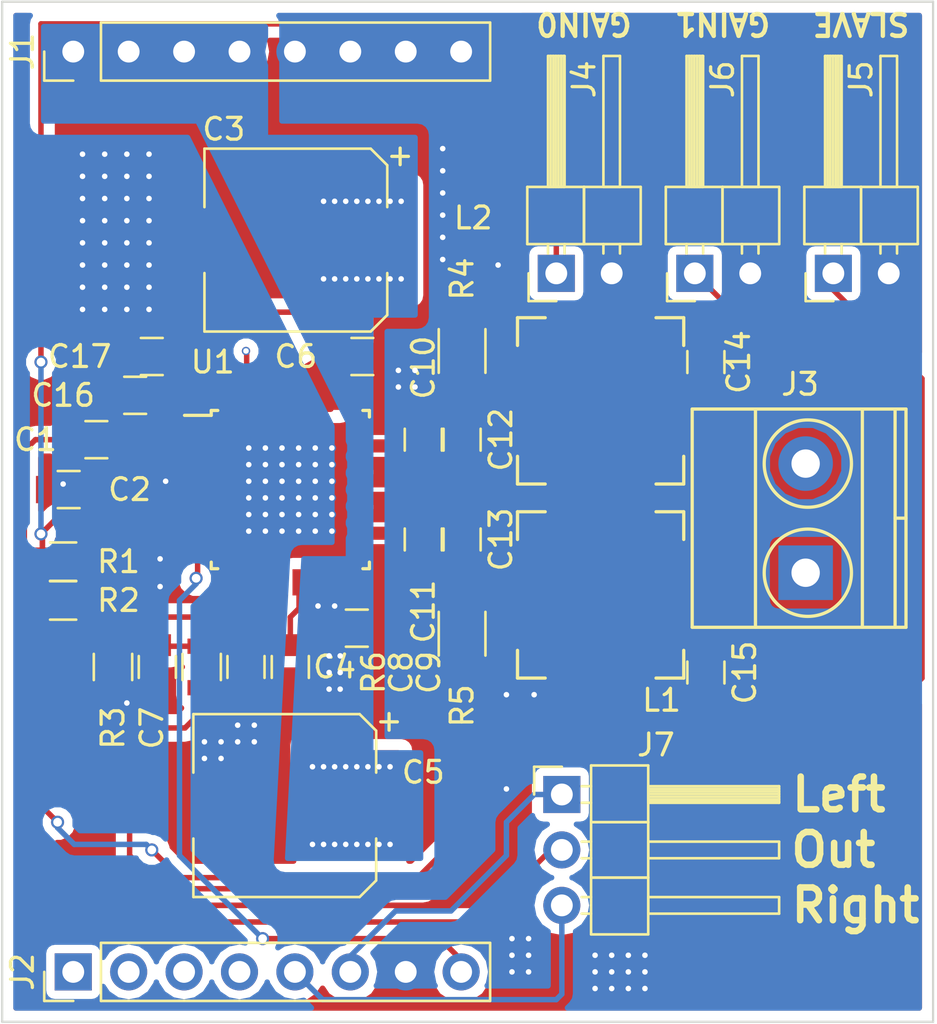
<source format=kicad_pcb>
(kicad_pcb (version 4) (host pcbnew 4.0.5+dfsg1-4~bpo8+1)
  (layers (0 F.Cu signal) (31 B.Cu signal) (34 B.Paste user) (35 F.Paste user) (36 B.SilkS user) (37 F.SilkS user) (38 B.Mask user) (39 F.Mask user) (44 Edge.Cuts user))
  (net 0 "")
  (net 1 "Net-(J2-Pad1)")
  (net 2 "Net-(J2-Pad2)")
  (net 3 "Net-(J2-Pad3)")
  (net 4 "Net-(J2-Pad4)")
  (net 5 "Net-(C1-Pad1)")
  (net 6 "Net-(C2-Pad1)")
  (net 7 GND)
  (net 8 +24V)
  (net 9 "Net-(C7-Pad2)")
  (net 10 "Net-(C8-Pad2)")
  (net 11 "Net-(C9-Pad2)")
  (net 12 "Net-(C10-Pad1)")
  (net 13 "Net-(C10-Pad2)")
  (net 14 "Net-(C11-Pad1)")
  (net 15 "Net-(C11-Pad2)")
  (net 16 "Net-(C12-Pad2)")
  (net 17 "Net-(C13-Pad1)")
  (net 18 "Net-(C14-Pad2)")
  (net 19 "Net-(C15-Pad1)")
  (net 20 /GAIN0)
  (net 21 /GAIN1)
  (net 22 "Net-(R3-Pad1)")
  (net 23 /SYNC)
  (net 24 /SLV)
  (net 25 /AUX_L)
  (net 26 /AUX_R)
  (net 27 /LR_MuxOut)
  (net 28 "Net-(J8-Pad1)")
  (module Via:10mil_Via (layer F.Cu) (at 118.872 120.904 90)
    (fp_text reference REF** hide)
    (fp_text value Vias hide)
    (pad 1 thru_hole circle (at 0 0 90) (size 0.381 0.381) (drill 0.254) (layers *.Cu *.Mask) (net 7 GND))
  )
  (module Via:10mil_Via (layer F.Cu) (at 118.11 122.428 90)
    (fp_text reference REF** hide)
    (fp_text value Vias hide)
    (pad 1 thru_hole circle (at 0 0 90) (size 0.381 0.381) (drill 0.254) (layers *.Cu *.Mask) (net 7 GND))
  )
  (module Via:10mil_Via (layer F.Cu) (at 118.11 121.666 90)
    (fp_text reference REF** hide)
    (fp_text value Vias hide)
    (pad 1 thru_hole circle (at 0 0 90) (size 0.381 0.381) (drill 0.254) (layers *.Cu *.Mask) (net 7 GND))
  )
  (module Via:10mil_Via (layer F.Cu) (at 121.92 123.19 90)
    (fp_text reference REF** hide)
    (fp_text value Vias hide)
    (pad 1 thru_hole circle (at 0 0 90) (size 0.381 0.381) (drill 0.254) (layers *.Cu *.Mask) (net 7 GND))
  )
  (module Via:10mil_Via (layer F.Cu) (at 122.682 123.19 90)
    (fp_text reference REF** hide)
    (fp_text value Vias hide)
    (pad 1 thru_hole circle (at 0 0 90) (size 0.381 0.381) (drill 0.254) (layers *.Cu *.Mask) (net 7 GND))
  )
  (module Via:10mil_Via (layer F.Cu) (at 124.206 123.19 90)
    (fp_text reference REF** hide)
    (fp_text value Vias hide)
    (pad 1 thru_hole circle (at 0 0 90) (size 0.381 0.381) (drill 0.254) (layers *.Cu *.Mask) (net 7 GND))
  )
  (module Via:10mil_Via (layer F.Cu) (at 123.444 123.19 90)
    (fp_text reference REF** hide)
    (fp_text value Vias hide)
    (pad 1 thru_hole circle (at 0 0 90) (size 0.381 0.381) (drill 0.254) (layers *.Cu *.Mask) (net 7 GND))
  )
  (module Via:10mil_Via (layer F.Cu) (at 123.444 122.428 90)
    (fp_text reference REF** hide)
    (fp_text value Vias hide)
    (pad 1 thru_hole circle (at 0 0 90) (size 0.381 0.381) (drill 0.254) (layers *.Cu *.Mask) (net 7 GND))
  )
  (module Via:10mil_Via (layer F.Cu) (at 123.444 121.666 90)
    (fp_text reference REF** hide)
    (fp_text value Vias hide)
    (pad 1 thru_hole circle (at 0 0 90) (size 0.381 0.381) (drill 0.254) (layers *.Cu *.Mask) (net 7 GND))
  )
  (module Via:10mil_Via (layer F.Cu) (at 124.206 121.666 90)
    (fp_text reference REF** hide)
    (fp_text value Vias hide)
    (pad 1 thru_hole circle (at 0 0 90) (size 0.381 0.381) (drill 0.254) (layers *.Cu *.Mask) (net 7 GND))
  )
  (module Via:10mil_Via (layer F.Cu) (at 124.206 122.428 90)
    (fp_text reference REF** hide)
    (fp_text value Vias hide)
    (pad 1 thru_hole circle (at 0 0 90) (size 0.381 0.381) (drill 0.254) (layers *.Cu *.Mask) (net 7 GND))
  )
  (module Via:10mil_Via (layer F.Cu) (at 122.682 122.428 90)
    (fp_text reference REF** hide)
    (fp_text value Vias hide)
    (pad 1 thru_hole circle (at 0 0 90) (size 0.381 0.381) (drill 0.254) (layers *.Cu *.Mask) (net 7 GND))
  )
  (module Via:10mil_Via (layer F.Cu) (at 122.682 121.666 90)
    (fp_text reference REF** hide)
    (fp_text value Vias hide)
    (pad 1 thru_hole circle (at 0 0 90) (size 0.381 0.381) (drill 0.254) (layers *.Cu *.Mask) (net 7 GND))
  )
  (module Via:10mil_Via (layer F.Cu) (at 121.92 121.666 90)
    (fp_text reference REF** hide)
    (fp_text value Vias hide)
    (pad 1 thru_hole circle (at 0 0 90) (size 0.381 0.381) (drill 0.254) (layers *.Cu *.Mask) (net 7 GND))
  )
  (module Via:10mil_Via (layer F.Cu) (at 104.013 111.887)
    (fp_text reference REF** hide)
    (fp_text value Vias hide)
    (pad 1 thru_hole circle (at 0 0) (size 0.381 0.381) (drill 0.254) (layers *.Cu *.Mask) (net 7 GND))
  )
  (module Via:10mil_Via (layer F.Cu) (at 104.775 111.887)
    (fp_text reference REF** hide)
    (fp_text value Vias hide)
    (pad 1 thru_hole circle (at 0 0) (size 0.381 0.381) (drill 0.254) (layers *.Cu *.Mask) (net 7 GND))
  )
  (module Via:10mil_Via (layer F.Cu) (at 104.775 112.649)
    (fp_text reference REF** hide)
    (fp_text value Vias hide)
    (pad 1 thru_hole circle (at 0 0) (size 0.381 0.381) (drill 0.254) (layers *.Cu *.Mask) (net 7 GND))
  )
  (module Via:10mil_Via (layer F.Cu) (at 104.013 112.649)
    (fp_text reference REF** hide)
    (fp_text value Vias hide)
    (pad 1 thru_hole circle (at 0 0) (size 0.381 0.381) (drill 0.254) (layers *.Cu *.Mask) (net 7 GND))
  )
  (module Via:10mil_Via (layer F.Cu) (at 105.537 111.887)
    (fp_text reference REF** hide)
    (fp_text value Vias hide)
    (pad 1 thru_hole circle (at 0 0) (size 0.381 0.381) (drill 0.254) (layers *.Cu *.Mask) (net 7 GND))
  )
  (module Via:10mil_Via (layer F.Cu) (at 106.299 111.887)
    (fp_text reference REF** hide)
    (fp_text value Vias hide)
    (pad 1 thru_hole circle (at 0 0) (size 0.381 0.381) (drill 0.254) (layers *.Cu *.Mask) (net 7 GND))
  )
  (module Via:10mil_Via (layer F.Cu) (at 113.665 95.631)
    (fp_text reference REF** hide)
    (fp_text value Vias hide)
    (pad 1 thru_hole circle (at 0 0) (size 0.381 0.381) (drill 0.254) (layers *.Cu *.Mask) (net 7 GND))
  )
  (module Via:10mil_Via (layer F.Cu) (at 112.903 95.631)
    (fp_text reference REF** hide)
    (fp_text value Vias hide)
    (pad 1 thru_hole circle (at 0 0) (size 0.381 0.381) (drill 0.254) (layers *.Cu *.Mask) (net 7 GND))
  )
  (module Via:10mil_Via (layer F.Cu) (at 112.903 94.869)
    (fp_text reference REF** hide)
    (fp_text value Vias hide)
    (pad 1 thru_hole circle (at 0 0) (size 0.381 0.381) (drill 0.254) (layers *.Cu *.Mask) (net 7 GND))
  )
  (module Via:10mil_Via (layer F.Cu) (at 113.665 94.869)
    (fp_text reference REF** hide)
    (fp_text value Vias hide)
    (pad 1 thru_hole circle (at 0 0) (size 0.381 0.381) (drill 0.254) (layers *.Cu *.Mask) (net 7 GND))
  )
  (module Via:10mil_Via (layer F.Cu) (at 106.299 111.125)
    (fp_text reference REF** hide)
    (fp_text value Vias hide)
    (pad 1 thru_hole circle (at 0 0) (size 0.381 0.381) (drill 0.254) (layers *.Cu *.Mask) (net 7 GND))
  )
  (module Via:10mil_Via (layer F.Cu) (at 105.537 111.125)
    (fp_text reference REF** hide)
    (fp_text value Vias hide)
    (pad 1 thru_hole circle (at 0 0) (size 0.381 0.381) (drill 0.254) (layers *.Cu *.Mask) (net 7 GND))
  )
  (module Via:10mil_Via (layer F.Cu) (at 100.457 110.109)
    (fp_text reference REF** hide)
    (fp_text value Vias hide)
    (pad 1 thru_hole circle (at 0 0) (size 0.381 0.381) (drill 0.254) (layers *.Cu *.Mask) (net 7 GND))
  )
  (module Via:10mil_Via (layer F.Cu) (at 114.935 85.725)
    (fp_text reference REF** hide)
    (fp_text value Vias hide)
    (pad 1 thru_hole circle (at 0 0) (size 0.381 0.381) (drill 0.254) (layers *.Cu *.Mask) (net 7 GND))
  )
  (module Via:10mil_Via (layer F.Cu) (at 114.935 89.789)
    (fp_text reference REF** hide)
    (fp_text value Vias hide)
    (pad 1 thru_hole circle (at 0 0) (size 0.381 0.381) (drill 0.254) (layers *.Cu *.Mask) (net 7 GND))
  )
  (module Via:10mil_Via (layer F.Cu) (at 114.935 88.773)
    (fp_text reference REF** hide)
    (fp_text value Vias hide)
    (pad 1 thru_hole circle (at 0 0) (size 0.381 0.381) (drill 0.254) (layers *.Cu *.Mask) (net 7 GND))
  )
  (module Via:10mil_Via (layer F.Cu) (at 114.935 86.741)
    (fp_text reference REF** hide)
    (fp_text value Vias hide)
    (pad 1 thru_hole circle (at 0 0) (size 0.381 0.381) (drill 0.254) (layers *.Cu *.Mask) (net 7 GND))
  )
  (module Via:10mil_Via (layer F.Cu) (at 114.935 87.757)
    (fp_text reference REF** hide)
    (fp_text value Vias hide)
    (pad 1 thru_hole circle (at 0 0) (size 0.381 0.381) (drill 0.254) (layers *.Cu *.Mask) (net 7 GND))
  )
  (module Via:10mil_Via (layer F.Cu) (at 98.425 90.043)
    (fp_text reference REF** hide)
    (fp_text value Vias hide)
    (pad 1 thru_hole circle (at 0 0) (size 0.381 0.381) (drill 0.254) (layers *.Cu *.Mask) (net 7 GND))
  )
  (module Via:10mil_Via (layer F.Cu) (at 98.425 89.027)
    (fp_text reference REF** hide)
    (fp_text value Vias hide)
    (pad 1 thru_hole circle (at 0 0) (size 0.381 0.381) (drill 0.254) (layers *.Cu *.Mask) (net 7 GND))
  )
  (module Via:10mil_Via (layer F.Cu) (at 98.425 91.059)
    (fp_text reference REF** hide)
    (fp_text value Vias hide)
    (pad 1 thru_hole circle (at 0 0) (size 0.381 0.381) (drill 0.254) (layers *.Cu *.Mask) (net 7 GND))
  )
  (module Via:10mil_Via (layer F.Cu) (at 98.425 92.075)
    (fp_text reference REF** hide)
    (fp_text value Vias hide)
    (pad 1 thru_hole circle (at 0 0) (size 0.381 0.381) (drill 0.254) (layers *.Cu *.Mask) (net 7 GND))
  )
  (module Via:10mil_Via (layer F.Cu) (at 99.441 92.075)
    (fp_text reference REF** hide)
    (fp_text value Vias hide)
    (pad 1 thru_hole circle (at 0 0) (size 0.381 0.381) (drill 0.254) (layers *.Cu *.Mask) (net 7 GND))
  )
  (module Via:10mil_Via (layer F.Cu) (at 99.441 91.059)
    (fp_text reference REF** hide)
    (fp_text value Vias hide)
    (pad 1 thru_hole circle (at 0 0) (size 0.381 0.381) (drill 0.254) (layers *.Cu *.Mask) (net 7 GND))
  )
  (module Via:10mil_Via (layer F.Cu) (at 99.441 89.027)
    (fp_text reference REF** hide)
    (fp_text value Vias hide)
    (pad 1 thru_hole circle (at 0 0) (size 0.381 0.381) (drill 0.254) (layers *.Cu *.Mask) (net 7 GND))
  )
  (module Via:10mil_Via (layer F.Cu) (at 99.441 90.043)
    (fp_text reference REF** hide)
    (fp_text value Vias hide)
    (pad 1 thru_hole circle (at 0 0) (size 0.381 0.381) (drill 0.254) (layers *.Cu *.Mask) (net 7 GND))
  )
  (module Via:10mil_Via (layer F.Cu) (at 101.473 90.043)
    (fp_text reference REF** hide)
    (fp_text value Vias hide)
    (pad 1 thru_hole circle (at 0 0) (size 0.381 0.381) (drill 0.254) (layers *.Cu *.Mask) (net 7 GND))
  )
  (module Via:10mil_Via (layer F.Cu) (at 101.473 89.027)
    (fp_text reference REF** hide)
    (fp_text value Vias hide)
    (pad 1 thru_hole circle (at 0 0) (size 0.381 0.381) (drill 0.254) (layers *.Cu *.Mask) (net 7 GND))
  )
  (module Via:10mil_Via (layer F.Cu) (at 101.473 91.059)
    (fp_text reference REF** hide)
    (fp_text value Vias hide)
    (pad 1 thru_hole circle (at 0 0) (size 0.381 0.381) (drill 0.254) (layers *.Cu *.Mask) (net 7 GND))
  )
  (module Via:10mil_Via (layer F.Cu) (at 101.473 92.075)
    (fp_text reference REF** hide)
    (fp_text value Vias hide)
    (pad 1 thru_hole circle (at 0 0) (size 0.381 0.381) (drill 0.254) (layers *.Cu *.Mask) (net 7 GND))
  )
  (module Via:10mil_Via (layer F.Cu) (at 100.457 92.075)
    (fp_text reference REF** hide)
    (fp_text value Vias hide)
    (pad 1 thru_hole circle (at 0 0) (size 0.381 0.381) (drill 0.254) (layers *.Cu *.Mask) (net 7 GND))
  )
  (module Via:10mil_Via (layer F.Cu) (at 100.457 91.059)
    (fp_text reference REF** hide)
    (fp_text value Vias hide)
    (pad 1 thru_hole circle (at 0 0) (size 0.381 0.381) (drill 0.254) (layers *.Cu *.Mask) (net 7 GND))
  )
  (module Via:10mil_Via (layer F.Cu) (at 100.457 89.027)
    (fp_text reference REF** hide)
    (fp_text value Vias hide)
    (pad 1 thru_hole circle (at 0 0) (size 0.381 0.381) (drill 0.254) (layers *.Cu *.Mask) (net 7 GND))
  )
  (module Via:10mil_Via (layer F.Cu) (at 100.457 90.043)
    (fp_text reference REF** hide)
    (fp_text value Vias hide)
    (pad 1 thru_hole circle (at 0 0) (size 0.381 0.381) (drill 0.254) (layers *.Cu *.Mask) (net 7 GND))
  )
  (module Via:10mil_Via (layer F.Cu) (at 100.457 85.979)
    (fp_text reference REF** hide)
    (fp_text value Vias hide)
    (pad 1 thru_hole circle (at 0 0) (size 0.381 0.381) (drill 0.254) (layers *.Cu *.Mask) (net 7 GND))
  )
  (module Via:10mil_Via (layer F.Cu) (at 100.457 84.963)
    (fp_text reference REF** hide)
    (fp_text value Vias hide)
    (pad 1 thru_hole circle (at 0 0) (size 0.381 0.381) (drill 0.254) (layers *.Cu *.Mask) (net 7 GND))
  )
  (module Via:10mil_Via (layer F.Cu) (at 100.457 86.995)
    (fp_text reference REF** hide)
    (fp_text value Vias hide)
    (pad 1 thru_hole circle (at 0 0) (size 0.381 0.381) (drill 0.254) (layers *.Cu *.Mask) (net 7 GND))
  )
  (module Via:10mil_Via (layer F.Cu) (at 100.457 88.011)
    (fp_text reference REF** hide)
    (fp_text value Vias hide)
    (pad 1 thru_hole circle (at 0 0) (size 0.381 0.381) (drill 0.254) (layers *.Cu *.Mask) (net 7 GND))
  )
  (module Via:10mil_Via (layer F.Cu) (at 101.473 88.011)
    (fp_text reference REF** hide)
    (fp_text value Vias hide)
    (pad 1 thru_hole circle (at 0 0) (size 0.381 0.381) (drill 0.254) (layers *.Cu *.Mask) (net 7 GND))
  )
  (module Via:10mil_Via (layer F.Cu) (at 101.473 86.995)
    (fp_text reference REF** hide)
    (fp_text value Vias hide)
    (pad 1 thru_hole circle (at 0 0) (size 0.381 0.381) (drill 0.254) (layers *.Cu *.Mask) (net 7 GND))
  )
  (module Via:10mil_Via (layer F.Cu) (at 101.473 84.963)
    (fp_text reference REF** hide)
    (fp_text value Vias hide)
    (pad 1 thru_hole circle (at 0 0) (size 0.381 0.381) (drill 0.254) (layers *.Cu *.Mask) (net 7 GND))
  )
  (module Via:10mil_Via (layer F.Cu) (at 101.473 85.979)
    (fp_text reference REF** hide)
    (fp_text value Vias hide)
    (pad 1 thru_hole circle (at 0 0) (size 0.381 0.381) (drill 0.254) (layers *.Cu *.Mask) (net 7 GND))
  )
  (module Via:10mil_Via (layer F.Cu) (at 99.441 85.979)
    (fp_text reference REF** hide)
    (fp_text value Vias hide)
    (pad 1 thru_hole circle (at 0 0) (size 0.381 0.381) (drill 0.254) (layers *.Cu *.Mask) (net 7 GND))
  )
  (module Via:10mil_Via (layer F.Cu) (at 99.441 84.963)
    (fp_text reference REF** hide)
    (fp_text value Vias hide)
    (pad 1 thru_hole circle (at 0 0) (size 0.381 0.381) (drill 0.254) (layers *.Cu *.Mask) (net 7 GND))
  )
  (module Via:10mil_Via (layer F.Cu) (at 99.441 86.995)
    (fp_text reference REF** hide)
    (fp_text value Vias hide)
    (pad 1 thru_hole circle (at 0 0) (size 0.381 0.381) (drill 0.254) (layers *.Cu *.Mask) (net 7 GND))
  )
  (module Via:10mil_Via (layer F.Cu) (at 99.441 88.011)
    (fp_text reference REF** hide)
    (fp_text value Vias hide)
    (pad 1 thru_hole circle (at 0 0) (size 0.381 0.381) (drill 0.254) (layers *.Cu *.Mask) (net 7 GND))
  )
  (module Via:10mil_Via (layer F.Cu) (at 98.425 88.011)
    (fp_text reference REF** hide)
    (fp_text value Vias hide)
    (pad 1 thru_hole circle (at 0 0) (size 0.381 0.381) (drill 0.254) (layers *.Cu *.Mask) (net 7 GND))
  )
  (module Via:10mil_Via (layer F.Cu) (at 98.425 86.995)
    (fp_text reference REF** hide)
    (fp_text value Vias hide)
    (pad 1 thru_hole circle (at 0 0) (size 0.381 0.381) (drill 0.254) (layers *.Cu *.Mask) (net 7 GND))
  )
  (module Via:10mil_Via (layer F.Cu) (at 109.982 105.664)
    (fp_text reference REF** hide)
    (fp_text value Vias hide)
    (pad 1 thru_hole circle (at 0 0) (size 0.381 0.381) (drill 0.254) (layers *.Cu *.Mask) (net 8 +24V))
  )
  (module Via:10mil_Via (layer F.Cu) (at 110.236 109.474)
    (fp_text reference REF** hide)
    (fp_text value Vias hide)
    (pad 1 thru_hole circle (at 0 0) (size 0.381 0.381) (drill 0.254) (layers *.Cu *.Mask) (net 8 +24V))
  )
  (module Via:10mil_Via (layer F.Cu) (at 109.728 109.474)
    (fp_text reference REF** hide)
    (fp_text value Vias hide)
    (pad 1 thru_hole circle (at 0 0) (size 0.381 0.381) (drill 0.254) (layers *.Cu *.Mask) (net 8 +24V))
  )
  (module Via:10mil_Via (layer F.Cu) (at 109.728 108.712)
    (fp_text reference REF** hide)
    (fp_text value Vias hide)
    (pad 1 thru_hole circle (at 0 0) (size 0.381 0.381) (drill 0.254) (layers *.Cu *.Mask) (net 8 +24V))
  )
  (module Via:10mil_Via (layer F.Cu) (at 110.236 108.712)
    (fp_text reference REF** hide)
    (fp_text value Vias hide)
    (pad 1 thru_hole circle (at 0 0) (size 0.381 0.381) (drill 0.254) (layers *.Cu *.Mask) (net 8 +24V))
  )
  (module Via:10mil_Via (layer F.Cu) (at 110.236 107.95)
    (fp_text reference REF** hide)
    (fp_text value Vias hide)
    (pad 1 thru_hole circle (at 0 0) (size 0.381 0.381) (drill 0.254) (layers *.Cu *.Mask) (net 8 +24V))
  )
  (module Via:10mil_Via (layer F.Cu) (at 109.728 107.95)
    (fp_text reference REF** hide)
    (fp_text value Vias hide)
    (pad 1 thru_hole circle (at 0 0) (size 0.381 0.381) (drill 0.254) (layers *.Cu *.Mask) (net 8 +24V))
  )
  (module Via:10mil_Via (layer F.Cu) (at 109.22 105.664)
    (fp_text reference REF** hide)
    (fp_text value Vias hide)
    (pad 1 thru_hole circle (at 0 0) (size 0.381 0.381) (drill 0.254) (layers *.Cu *.Mask) (net 8 +24V))
  )
  (module Via:10mil_Via (layer F.Cu) (at 121.92 122.428 90)
    (fp_text reference REF** hide)
    (fp_text value Vias hide)
    (pad 1 thru_hole circle (at 0 0 90) (size 0.381 0.381) (drill 0.254) (layers *.Cu *.Mask) (net 7 GND))
  )
  (module Via:10mil_Via (layer F.Cu) (at 118.11 120.904 90)
    (fp_text reference REF** hide)
    (fp_text value Vias hide)
    (pad 1 thru_hole circle (at 0 0 90) (size 0.381 0.381) (drill 0.254) (layers *.Cu *.Mask) (net 7 GND))
  )
  (module Via:10mil_Via (layer F.Cu) (at 117.856 114.046 90)
    (fp_text reference REF** hide)
    (fp_text value Vias hide)
    (pad 1 thru_hole circle (at 0 0 90) (size 0.381 0.381) (drill 0.254) (layers *.Cu *.Mask) (net 7 GND))
  )
  (module Via:10mil_Via (layer F.Cu) (at 117.856 109.728 90)
    (fp_text reference REF** hide)
    (fp_text value Vias hide)
    (pad 1 thru_hole circle (at 0 0 90) (size 0.381 0.381) (drill 0.254) (layers *.Cu *.Mask) (net 7 GND))
  )
  (module Via:10mil_Via (layer F.Cu) (at 119.126 109.728 90)
    (fp_text reference REF** hide)
    (fp_text value Vias hide)
    (pad 1 thru_hole circle (at 0 0 90) (size 0.381 0.381) (drill 0.254) (layers *.Cu *.Mask) (net 7 GND))
  )
  (module Via:10mil_Via (layer F.Cu) (at 118.872 121.666 90)
    (fp_text reference REF** hide)
    (fp_text value Vias hide)
    (pad 1 thru_hole circle (at 0 0 90) (size 0.381 0.381) (drill 0.254) (layers *.Cu *.Mask) (net 7 GND))
  )
  (module Via:10mil_Via (layer F.Cu) (at 118.872 122.428 90)
    (fp_text reference REF** hide)
    (fp_text value Vias hide)
    (pad 1 thru_hole circle (at 0 0 90) (size 0.381 0.381) (drill 0.254) (layers *.Cu *.Mask) (net 7 GND))
  )
  (module Via:10mil_Via (layer F.Cu) (at 97.536 100.076)
    (fp_text reference REF** hide)
    (fp_text value Vias hide)
    (pad 1 thru_hole circle (at 0 0) (size 0.381 0.381) (drill 0.254) (layers *.Cu *.Mask) (net 7 GND))
  )
  (module Via:10mil_Via (layer F.Cu) (at 101.981 104.775)
    (fp_text reference REF** hide)
    (fp_text value Vias hide)
    (pad 1 thru_hole circle (at 0 0) (size 0.381 0.381) (drill 0.254) (layers *.Cu *.Mask) (net 7 GND))
  )
  (module Via:10mil_Via (layer F.Cu) (at 101.981 103.505)
    (fp_text reference REF** hide)
    (fp_text value Vias hide)
    (pad 1 thru_hole circle (at 0 0) (size 0.381 0.381) (drill 0.254) (layers *.Cu *.Mask) (net 7 GND))
  )
  (module Via:10mil_Via (layer F.Cu) (at 102.235 99.949)
    (fp_text reference REF** hide)
    (fp_text value Vias hide)
    (pad 1 thru_hole circle (at 0 0) (size 0.381 0.381) (drill 0.254) (layers *.Cu *.Mask) (net 7 GND))
  )
  (module Via:10mil_Via (layer F.Cu) (at 117.475 90.043)
    (fp_text reference REF** hide)
    (fp_text value Vias hide)
    (pad 1 thru_hole circle (at 0 0) (size 0.381 0.381) (drill 0.254) (layers *.Cu *.Mask) (net 7 GND))
  )
  (module Via:10mil_Via (layer F.Cu) (at 114.935 84.709)
    (fp_text reference REF** hide)
    (fp_text value Vias hide)
    (pad 1 thru_hole circle (at 0 0) (size 0.381 0.381) (drill 0.254) (layers *.Cu *.Mask) (net 7 GND))
  )
  (module Via:10mil_Via (layer F.Cu) (at 98.425 84.963)
    (fp_text reference REF** hide)
    (fp_text value Vias hide)
    (pad 1 thru_hole circle (at 0 0) (size 0.381 0.381) (drill 0.254) (layers *.Cu *.Mask) (net 7 GND))
  )
  (module Via:10mil_Via (layer F.Cu) (at 98.425 85.979)
    (fp_text reference REF** hide)
    (fp_text value Vias hide)
    (pad 1 thru_hole circle (at 0 0) (size 0.381 0.381) (drill 0.254) (layers *.Cu *.Mask) (net 7 GND))
  )
  (module Via:10mil_Via (layer F.Cu) (at 111.506 90.678)
    (fp_text reference REF** hide)
    (fp_text value Vias hide)
    (pad 1 thru_hole circle (at 0 0) (size 0.381 0.381) (drill 0.254) (layers *.Cu *.Mask) (net 8 +24V))
  )
  (module Via:10mil_Via (layer F.Cu) (at 112.014 90.678)
    (fp_text reference REF** hide)
    (fp_text value Vias hide)
    (pad 1 thru_hole circle (at 0 0) (size 0.381 0.381) (drill 0.254) (layers *.Cu *.Mask) (net 8 +24V))
  )
  (module Via:10mil_Via (layer F.Cu) (at 113.03 90.678)
    (fp_text reference REF** hide)
    (fp_text value Vias hide)
    (pad 1 thru_hole circle (at 0 0) (size 0.381 0.381) (drill 0.254) (layers *.Cu *.Mask) (net 8 +24V))
  )
  (module Via:10mil_Via (layer F.Cu) (at 112.522 90.678)
    (fp_text reference REF** hide)
    (fp_text value Vias hide)
    (pad 1 thru_hole circle (at 0 0) (size 0.381 0.381) (drill 0.254) (layers *.Cu *.Mask) (net 8 +24V))
  )
  (module Via:10mil_Via (layer F.Cu) (at 110.49 90.678)
    (fp_text reference REF** hide)
    (fp_text value Vias hide)
    (pad 1 thru_hole circle (at 0 0) (size 0.381 0.381) (drill 0.254) (layers *.Cu *.Mask) (net 8 +24V))
  )
  (module Via:10mil_Via (layer F.Cu) (at 110.998 90.678)
    (fp_text reference REF** hide)
    (fp_text value Vias hide)
    (pad 1 thru_hole circle (at 0 0) (size 0.381 0.381) (drill 0.254) (layers *.Cu *.Mask) (net 8 +24V))
  )
  (module Via:10mil_Via (layer F.Cu) (at 109.982 90.678)
    (fp_text reference REF** hide)
    (fp_text value Vias hide)
    (pad 1 thru_hole circle (at 0 0) (size 0.381 0.381) (drill 0.254) (layers *.Cu *.Mask) (net 8 +24V))
  )
  (module Via:10mil_Via (layer F.Cu) (at 109.474 90.678)
    (fp_text reference REF** hide)
    (fp_text value Vias hide)
    (pad 1 thru_hole circle (at 0 0) (size 0.381 0.381) (drill 0.254) (layers *.Cu *.Mask) (net 8 +24V))
  )
  (module Via:10mil_Via (layer F.Cu) (at 109.474 87.122)
    (fp_text reference REF** hide)
    (fp_text value Vias hide)
    (pad 1 thru_hole circle (at 0 0) (size 0.381 0.381) (drill 0.254) (layers *.Cu *.Mask) (net 8 +24V))
  )
  (module Via:10mil_Via (layer F.Cu) (at 109.982 87.122)
    (fp_text reference REF** hide)
    (fp_text value Vias hide)
    (pad 1 thru_hole circle (at 0 0) (size 0.381 0.381) (drill 0.254) (layers *.Cu *.Mask) (net 8 +24V))
  )
  (module Via:10mil_Via (layer F.Cu) (at 110.998 87.122)
    (fp_text reference REF** hide)
    (fp_text value Vias hide)
    (pad 1 thru_hole circle (at 0 0) (size 0.381 0.381) (drill 0.254) (layers *.Cu *.Mask) (net 8 +24V))
  )
  (module Via:10mil_Via (layer F.Cu) (at 110.49 87.122)
    (fp_text reference REF** hide)
    (fp_text value Vias hide)
    (pad 1 thru_hole circle (at 0 0) (size 0.381 0.381) (drill 0.254) (layers *.Cu *.Mask) (net 8 +24V))
  )
  (module Via:10mil_Via (layer F.Cu) (at 112.522 87.122)
    (fp_text reference REF** hide)
    (fp_text value Vias hide)
    (pad 1 thru_hole circle (at 0 0) (size 0.381 0.381) (drill 0.254) (layers *.Cu *.Mask) (net 8 +24V))
  )
  (module Via:10mil_Via (layer F.Cu) (at 113.03 87.122)
    (fp_text reference REF** hide)
    (fp_text value Vias hide)
    (pad 1 thru_hole circle (at 0 0) (size 0.381 0.381) (drill 0.254) (layers *.Cu *.Mask) (net 8 +24V))
  )
  (module Via:10mil_Via (layer F.Cu) (at 112.014 87.122)
    (fp_text reference REF** hide)
    (fp_text value Vias hide)
    (pad 1 thru_hole circle (at 0 0) (size 0.381 0.381) (drill 0.254) (layers *.Cu *.Mask) (net 8 +24V))
  )
  (module Via:10mil_Via (layer F.Cu) (at 111.506 87.122)
    (fp_text reference REF** hide)
    (fp_text value Vias hide)
    (pad 1 thru_hole circle (at 0 0) (size 0.381 0.381) (drill 0.254) (layers *.Cu *.Mask) (net 8 +24V))
  )
  (module Via:10mil_Via (layer F.Cu) (at 108.966 116.586)
    (fp_text reference REF** hide)
    (fp_text value Vias hide)
    (pad 1 thru_hole circle (at 0 0) (size 0.381 0.381) (drill 0.254) (layers *.Cu *.Mask) (net 8 +24V))
  )
  (module Via:10mil_Via (layer F.Cu) (at 109.474 116.586)
    (fp_text reference REF** hide)
    (fp_text value Vias hide)
    (pad 1 thru_hole circle (at 0 0) (size 0.381 0.381) (drill 0.254) (layers *.Cu *.Mask) (net 8 +24V))
  )
  (module Via:10mil_Via (layer F.Cu) (at 110.49 116.586)
    (fp_text reference REF** hide)
    (fp_text value Vias hide)
    (pad 1 thru_hole circle (at 0 0) (size 0.381 0.381) (drill 0.254) (layers *.Cu *.Mask) (net 8 +24V))
  )
  (module Via:10mil_Via (layer F.Cu) (at 109.982 116.586)
    (fp_text reference REF** hide)
    (fp_text value Vias hide)
    (pad 1 thru_hole circle (at 0 0) (size 0.381 0.381) (drill 0.254) (layers *.Cu *.Mask) (net 8 +24V))
  )
  (module Via:10mil_Via (layer F.Cu) (at 112.014 116.586)
    (fp_text reference REF** hide)
    (fp_text value Vias hide)
    (pad 1 thru_hole circle (at 0 0) (size 0.381 0.381) (drill 0.254) (layers *.Cu *.Mask) (net 8 +24V))
  )
  (module Via:10mil_Via (layer F.Cu) (at 112.522 116.586)
    (fp_text reference REF** hide)
    (fp_text value Vias hide)
    (pad 1 thru_hole circle (at 0 0) (size 0.381 0.381) (drill 0.254) (layers *.Cu *.Mask) (net 8 +24V))
  )
  (module Via:10mil_Via (layer F.Cu) (at 111.506 116.586)
    (fp_text reference REF** hide)
    (fp_text value Vias hide)
    (pad 1 thru_hole circle (at 0 0) (size 0.381 0.381) (drill 0.254) (layers *.Cu *.Mask) (net 8 +24V))
  )
  (module Via:10mil_Via (layer F.Cu) (at 110.998 116.586)
    (fp_text reference REF** hide)
    (fp_text value Vias hide)
    (pad 1 thru_hole circle (at 0 0) (size 0.381 0.381) (drill 0.254) (layers *.Cu *.Mask) (net 8 +24V))
  )
  (module Via:10mil_Via (layer F.Cu) (at 110.998 113.03)
    (fp_text reference REF** hide)
    (fp_text value Vias hide)
    (pad 1 thru_hole circle (at 0 0) (size 0.381 0.381) (drill 0.254) (layers *.Cu *.Mask) (net 8 +24V))
  )
  (module Via:10mil_Via (layer F.Cu) (at 111.506 113.03)
    (fp_text reference REF** hide)
    (fp_text value Vias hide)
    (pad 1 thru_hole circle (at 0 0) (size 0.381 0.381) (drill 0.254) (layers *.Cu *.Mask) (net 8 +24V))
  )
  (module Via:10mil_Via (layer F.Cu) (at 112.522 113.03)
    (fp_text reference REF** hide)
    (fp_text value Vias hide)
    (pad 1 thru_hole circle (at 0 0) (size 0.381 0.381) (drill 0.254) (layers *.Cu *.Mask) (net 8 +24V))
  )
  (module Via:10mil_Via (layer F.Cu) (at 112.014 113.03)
    (fp_text reference REF** hide)
    (fp_text value Vias hide)
    (pad 1 thru_hole circle (at 0 0) (size 0.381 0.381) (drill 0.254) (layers *.Cu *.Mask) (net 8 +24V))
  )
  (module Via:10mil_Via (layer F.Cu) (at 109.982 113.03)
    (fp_text reference REF** hide)
    (fp_text value Vias hide)
    (pad 1 thru_hole circle (at 0 0) (size 0.381 0.381) (drill 0.254) (layers *.Cu *.Mask) (net 8 +24V))
  )
  (module Via:10mil_Via (layer F.Cu) (at 110.49 113.03)
    (fp_text reference REF** hide)
    (fp_text value Vias hide)
    (pad 1 thru_hole circle (at 0 0) (size 0.381 0.381) (drill 0.254) (layers *.Cu *.Mask) (net 8 +24V))
  )
  (module Via:10mil_Via (layer F.Cu) (at 109.474 113.03)
    (fp_text reference REF** hide)
    (fp_text value Vias hide)
    (pad 1 thru_hole circle (at 0 0) (size 0.381 0.381) (drill 0.254) (layers *.Cu *.Mask) (net 8 +24V))
  )
  (module Via:10mil_Via (layer F.Cu) (at 108.966 113.03)
    (fp_text reference REF** hide)
    (fp_text value Vias hide)
    (pad 1 thru_hole circle (at 0 0) (size 0.381 0.381) (drill 0.254) (layers *.Cu *.Mask) (net 8 +24V))
  )
  (module Via:10mil_Via (layer F.Cu) (at 106.807 98.425)
    (fp_text reference REF** hide)
    (fp_text value Vias hide)
    (pad 1 thru_hole circle (at 0 0) (size 0.381 0.381) (drill 0.254) (layers *.Cu *.Mask) (net 7 GND))
  )
  (module Via:10mil_Via (layer F.Cu) (at 106.045 98.425)
    (fp_text reference REF** hide)
    (fp_text value Vias hide)
    (pad 1 thru_hole circle (at 0 0) (size 0.381 0.381) (drill 0.254) (layers *.Cu *.Mask) (net 7 GND))
  )
  (module Via:10mil_Via (layer F.Cu) (at 107.569 98.425)
    (fp_text reference REF** hide)
    (fp_text value Vias hide)
    (pad 1 thru_hole circle (at 0 0) (size 0.381 0.381) (drill 0.254) (layers *.Cu *.Mask) (net 7 GND))
  )
  (module Via:10mil_Via (layer F.Cu) (at 108.331 98.425)
    (fp_text reference REF** hide)
    (fp_text value Vias hide)
    (pad 1 thru_hole circle (at 0 0) (size 0.381 0.381) (drill 0.254) (layers *.Cu *.Mask) (net 7 GND))
  )
  (module Via:10mil_Via (layer F.Cu) (at 109.855 98.425)
    (fp_text reference REF** hide)
    (fp_text value Vias hide)
    (pad 1 thru_hole circle (at 0 0) (size 0.381 0.381) (drill 0.254) (layers *.Cu *.Mask) (net 7 GND))
  )
  (module Via:10mil_Via (layer F.Cu) (at 109.093 98.425)
    (fp_text reference REF** hide)
    (fp_text value Vias hide)
    (pad 1 thru_hole circle (at 0 0) (size 0.381 0.381) (drill 0.254) (layers *.Cu *.Mask) (net 7 GND))
  )
  (module Via:10mil_Via (layer F.Cu) (at 109.093 99.187)
    (fp_text reference REF** hide)
    (fp_text value Vias hide)
    (pad 1 thru_hole circle (at 0 0) (size 0.381 0.381) (drill 0.254) (layers *.Cu *.Mask) (net 7 GND))
  )
  (module Via:10mil_Via (layer F.Cu) (at 109.855 99.187)
    (fp_text reference REF** hide)
    (fp_text value Vias hide)
    (pad 1 thru_hole circle (at 0 0) (size 0.381 0.381) (drill 0.254) (layers *.Cu *.Mask) (net 7 GND))
  )
  (module Via:10mil_Via (layer F.Cu) (at 108.331 99.187)
    (fp_text reference REF** hide)
    (fp_text value Vias hide)
    (pad 1 thru_hole circle (at 0 0) (size 0.381 0.381) (drill 0.254) (layers *.Cu *.Mask) (net 7 GND))
  )
  (module Via:10mil_Via (layer F.Cu) (at 107.569 99.187)
    (fp_text reference REF** hide)
    (fp_text value Vias hide)
    (pad 1 thru_hole circle (at 0 0) (size 0.381 0.381) (drill 0.254) (layers *.Cu *.Mask) (net 7 GND))
  )
  (module Via:10mil_Via (layer F.Cu) (at 106.045 99.187)
    (fp_text reference REF** hide)
    (fp_text value Vias hide)
    (pad 1 thru_hole circle (at 0 0) (size 0.381 0.381) (drill 0.254) (layers *.Cu *.Mask) (net 7 GND))
  )
  (module Via:10mil_Via (layer F.Cu) (at 106.807 99.187)
    (fp_text reference REF** hide)
    (fp_text value Vias hide)
    (pad 1 thru_hole circle (at 0 0) (size 0.381 0.381) (drill 0.254) (layers *.Cu *.Mask) (net 7 GND))
  )
  (module Via:10mil_Via (layer F.Cu) (at 106.807 99.949)
    (fp_text reference REF** hide)
    (fp_text value Vias hide)
    (pad 1 thru_hole circle (at 0 0) (size 0.381 0.381) (drill 0.254) (layers *.Cu *.Mask) (net 7 GND))
  )
  (module Via:10mil_Via (layer F.Cu) (at 106.045 99.949)
    (fp_text reference REF** hide)
    (fp_text value Vias hide)
    (pad 1 thru_hole circle (at 0 0) (size 0.381 0.381) (drill 0.254) (layers *.Cu *.Mask) (net 7 GND))
  )
  (module Via:10mil_Via (layer F.Cu) (at 107.569 99.949)
    (fp_text reference REF** hide)
    (fp_text value Vias hide)
    (pad 1 thru_hole circle (at 0 0) (size 0.381 0.381) (drill 0.254) (layers *.Cu *.Mask) (net 7 GND))
  )
  (module Via:10mil_Via (layer F.Cu) (at 108.331 99.949)
    (fp_text reference REF** hide)
    (fp_text value Vias hide)
    (pad 1 thru_hole circle (at 0 0) (size 0.381 0.381) (drill 0.254) (layers *.Cu *.Mask) (net 7 GND))
  )
  (module Via:10mil_Via (layer F.Cu) (at 109.855 99.949)
    (fp_text reference REF** hide)
    (fp_text value Vias hide)
    (pad 1 thru_hole circle (at 0 0) (size 0.381 0.381) (drill 0.254) (layers *.Cu *.Mask) (net 7 GND))
  )
  (module Via:10mil_Via (layer F.Cu) (at 109.093 99.949)
    (fp_text reference REF** hide)
    (fp_text value Vias hide)
    (pad 1 thru_hole circle (at 0 0) (size 0.381 0.381) (drill 0.254) (layers *.Cu *.Mask) (net 7 GND))
  )
  (module Via:10mil_Via (layer F.Cu) (at 109.093 100.711)
    (fp_text reference REF** hide)
    (fp_text value Vias hide)
    (pad 1 thru_hole circle (at 0 0) (size 0.381 0.381) (drill 0.254) (layers *.Cu *.Mask) (net 7 GND))
  )
  (module Via:10mil_Via (layer F.Cu) (at 109.855 100.711)
    (fp_text reference REF** hide)
    (fp_text value Vias hide)
    (pad 1 thru_hole circle (at 0 0) (size 0.381 0.381) (drill 0.254) (layers *.Cu *.Mask) (net 7 GND))
  )
  (module Via:10mil_Via (layer F.Cu) (at 108.331 100.711)
    (fp_text reference REF** hide)
    (fp_text value Vias hide)
    (pad 1 thru_hole circle (at 0 0) (size 0.381 0.381) (drill 0.254) (layers *.Cu *.Mask) (net 7 GND))
  )
  (module Via:10mil_Via (layer F.Cu) (at 107.569 100.711)
    (fp_text reference REF** hide)
    (fp_text value Vias hide)
    (pad 1 thru_hole circle (at 0 0) (size 0.381 0.381) (drill 0.254) (layers *.Cu *.Mask) (net 7 GND))
  )
  (module Via:10mil_Via (layer F.Cu) (at 106.045 100.711)
    (fp_text reference REF** hide)
    (fp_text value Vias hide)
    (pad 1 thru_hole circle (at 0 0) (size 0.381 0.381) (drill 0.254) (layers *.Cu *.Mask) (net 7 GND))
  )
  (module Via:10mil_Via (layer F.Cu) (at 106.807 100.711)
    (fp_text reference REF** hide)
    (fp_text value Vias hide)
    (pad 1 thru_hole circle (at 0 0) (size 0.381 0.381) (drill 0.254) (layers *.Cu *.Mask) (net 7 GND))
  )
  (module Via:10mil_Via (layer F.Cu) (at 106.807 102.235)
    (fp_text reference REF** hide)
    (fp_text value Vias hide)
    (pad 1 thru_hole circle (at 0 0) (size 0.381 0.381) (drill 0.254) (layers *.Cu *.Mask) (net 7 GND))
  )
  (module Via:10mil_Via (layer F.Cu) (at 106.045 102.235)
    (fp_text reference REF** hide)
    (fp_text value Vias hide)
    (pad 1 thru_hole circle (at 0 0) (size 0.381 0.381) (drill 0.254) (layers *.Cu *.Mask) (net 7 GND))
  )
  (module Via:10mil_Via (layer F.Cu) (at 107.569 102.235)
    (fp_text reference REF** hide)
    (fp_text value Vias hide)
    (pad 1 thru_hole circle (at 0 0) (size 0.381 0.381) (drill 0.254) (layers *.Cu *.Mask) (net 7 GND))
  )
  (module Via:10mil_Via (layer F.Cu) (at 108.331 102.235)
    (fp_text reference REF** hide)
    (fp_text value Vias hide)
    (pad 1 thru_hole circle (at 0 0) (size 0.381 0.381) (drill 0.254) (layers *.Cu *.Mask) (net 7 GND))
  )
  (module Via:10mil_Via (layer F.Cu) (at 109.855 102.235)
    (fp_text reference REF** hide)
    (fp_text value Vias hide)
    (pad 1 thru_hole circle (at 0 0) (size 0.381 0.381) (drill 0.254) (layers *.Cu *.Mask) (net 7 GND))
  )
  (module Via:10mil_Via (layer F.Cu) (at 109.093 102.235)
    (fp_text reference REF** hide)
    (fp_text value Vias hide)
    (pad 1 thru_hole circle (at 0 0) (size 0.381 0.381) (drill 0.254) (layers *.Cu *.Mask) (net 7 GND))
  )
  (module Via:10mil_Via (layer F.Cu) (at 109.093 101.473)
    (fp_text reference REF** hide)
    (fp_text value Vias hide)
    (pad 1 thru_hole circle (at 0 0) (size 0.381 0.381) (drill 0.254) (layers *.Cu *.Mask) (net 7 GND))
  )
  (module Via:10mil_Via (layer F.Cu) (at 109.855 101.473)
    (fp_text reference REF** hide)
    (fp_text value Vias hide)
    (pad 1 thru_hole circle (at 0 0) (size 0.381 0.381) (drill 0.254) (layers *.Cu *.Mask) (net 7 GND))
  )
  (module Via:10mil_Via (layer F.Cu) (at 108.331 101.473)
    (fp_text reference REF** hide)
    (fp_text value Vias hide)
    (pad 1 thru_hole circle (at 0 0) (size 0.381 0.381) (drill 0.254) (layers *.Cu *.Mask) (net 7 GND))
  )
  (module Via:10mil_Via (layer F.Cu) (at 107.569 101.473)
    (fp_text reference REF** hide)
    (fp_text value Vias hide)
    (pad 1 thru_hole circle (at 0 0) (size 0.381 0.381) (drill 0.254) (layers *.Cu *.Mask) (net 7 GND))
  )
  (module Via:10mil_Via (layer F.Cu) (at 106.045 101.473)
    (fp_text reference REF** hide)
    (fp_text value Vias hide)
    (pad 1 thru_hole circle (at 0 0) (size 0.381 0.381) (drill 0.254) (layers *.Cu *.Mask) (net 7 GND))
  )
  (module Houseings_QFP_Walker:LQFP-32_7x7mm_Pitch0.8mm-EP (layer F.Cu) (at 107.95 100.33)
    (fp_text reference U1 (at -3.556 -5.842) (layer F.SilkS))
    (fp_text value TPA3106D1)
    (pad 1 smd rect (at -4.25 -2.8) (size 1.2 0.6) (layers F.Cu F.Paste F.Mask) (net 5 "Net-(C1-Pad1)"))
    (pad 2 smd rect (at -4.25 -2) (size 1.2 0.6) (layers F.Cu F.Paste F.Mask) (net 6 "Net-(C2-Pad1)"))
    (pad 3 smd rect (at -4.25 -1.2) (size 1.2 0.6) (layers F.Cu F.Paste F.Mask) (net 7 GND))
    (pad 4 smd rect (at -4.25 -0.4) (size 1.2 0.6) (layers F.Cu F.Paste F.Mask) (net 7 GND))
    (pad 5 smd rect (at -4.25 0.4) (size 1.2 0.6) (layers F.Cu F.Paste F.Mask) (net 20 /GAIN0))
    (pad 6 smd rect (at -4.25 1.2) (size 1.2 0.6) (layers F.Cu F.Paste F.Mask) (net 21 /GAIN1))
    (pad 7 smd rect (at -4.25 2) (size 1.2 0.6) (layers F.Cu F.Paste F.Mask) (net 24 /SLV))
    (pad 8 smd rect (at -4.25 2.8) (size 1.2 0.6) (layers F.Cu F.Paste F.Mask) (net 23 /SYNC))
    (pad 9 smd rect (at -2.8 4.25 90) (size 1.2 0.6) (layers F.Cu F.Paste F.Mask) (net 22 "Net-(R3-Pad1)"))
    (pad 10 smd rect (at -2 4.25 90) (size 1.2 0.6) (layers F.Cu F.Paste F.Mask) (net 9 "Net-(C7-Pad2)"))
    (pad 11 smd rect (at -1.2 4.25 90) (size 1.2 0.6) (layers F.Cu F.Paste F.Mask) (net 10 "Net-(C8-Pad2)"))
    (pad 12 smd rect (at -0.4 4.25 90) (size 1.2 0.6) (layers F.Cu F.Paste F.Mask) (net 7 GND))
    (pad 13 smd rect (at 0.4 4.25 90) (size 1.2 0.6) (layers F.Cu F.Paste F.Mask) (net 11 "Net-(C9-Pad2)"))
    (pad 14 smd rect (at 1.2 4.25 90) (size 1.2 0.6) (layers F.Cu F.Paste F.Mask) (net 8 +24V))
    (pad 15 smd rect (at 2 4.25 90) (size 1.2 0.6) (layers F.Cu F.Paste F.Mask) (net 8 +24V))
    (pad 16 smd rect (at 2.8 4.25 90) (size 1.2 0.6) (layers F.Cu F.Paste F.Mask) (net 7 GND))
    (pad 17 smd rect (at 4.25 2.8) (size 1.2 0.6) (layers F.Cu F.Paste F.Mask) (net 7 GND))
    (pad 18 smd rect (at 4.25 2) (size 1.2 0.6) (layers F.Cu F.Paste F.Mask) (net 14 "Net-(C11-Pad1)"))
    (pad 19 smd rect (at 4.25 1.2) (size 1.2 0.6) (layers F.Cu F.Paste F.Mask) (net 15 "Net-(C11-Pad2)"))
    (pad 20 smd rect (at 4.25 0.4) (size 1.2 0.6) (layers F.Cu F.Paste F.Mask) (net 15 "Net-(C11-Pad2)"))
    (pad 21 smd rect (at 4.25 -0.4) (size 1.2 0.6) (layers F.Cu F.Paste F.Mask) (net 12 "Net-(C10-Pad1)"))
    (pad 22 smd rect (at 4.25 -1.2) (size 1.2 0.6) (layers F.Cu F.Paste F.Mask) (net 12 "Net-(C10-Pad1)"))
    (pad 23 smd rect (at 4.25 -2) (size 1.2 0.6) (layers F.Cu F.Paste F.Mask) (net 13 "Net-(C10-Pad2)"))
    (pad 24 smd rect (at 4.25 -2.8) (size 1.2 0.6) (layers F.Cu F.Paste F.Mask) (net 7 GND))
    (pad 25 smd rect (at 2.8 -4.25 90) (size 1.2 0.6) (layers F.Cu F.Paste F.Mask) (net 7 GND))
    (pad 26 smd rect (at 2 -4.25 90) (size 1.2 0.6) (layers F.Cu F.Paste F.Mask) (net 8 +24V))
    (pad 27 smd rect (at 1.2 -4.25 90) (size 1.2 0.6) (layers F.Cu F.Paste F.Mask) (net 8 +24V))
    (pad 28 smd rect (at 0.4 -4.25 90) (size 1.2 0.6) (layers F.Cu F.Paste F.Mask) (net 8 +24V))
    (pad 29 smd rect (at -0.4 -4.25 90) (size 1.2 0.6) (layers F.Cu F.Paste F.Mask) (net 8 +24V))
    (pad 30 smd rect (at -1.2 -4.25 90) (size 1.2 0.6) (layers F.Cu F.Paste F.Mask) (net 7 GND))
    (pad 31 smd rect (at -2 -4.25 90) (size 1.2 0.6) (layers F.Cu F.Paste F.Mask) (net 28 "Net-(J8-Pad1)"))
    (pad 32 smd rect (at -2.8 -4.25 90) (size 1.2 0.6) (layers F.Cu F.Paste F.Mask) (net 8 +24V))
    (pad 33 smd rect (at 0 0) (size 4.6 4.6) (layers F.Cu F.Paste F.Mask) (net 7 GND))
  )
  (module Capacitors_SMD:C_0805 (layer F.Cu) (at 99.06 98.044 180)
    (fp_text reference C1 (at 2.794 0 180) (layer F.SilkS))
    (fp_text value 1.0uF)
    (pad 1 smd rect (at -1 0 180) (size 1 1.25) (layers F.Cu F.Paste F.Mask) (net 5 "Net-(C1-Pad1)"))
    (pad 2 smd rect (at 1 0 180) (size 1 1.25) (layers F.Cu F.Paste F.Mask) (net 27 /LR_MuxOut))
  )
  (module Capacitors_SMD:C_0805 (layer F.Cu) (at 97.79 100.33 180)
    (fp_text reference C2 (at -2.794 0 180) (layer F.SilkS))
    (fp_text value 1.0uF)
    (pad 1 smd rect (at -1 0 180) (size 1 1.25) (layers F.Cu F.Paste F.Mask) (net 6 "Net-(C2-Pad1)"))
    (pad 2 smd rect (at 1 0 180) (size 1 1.25) (layers F.Cu F.Paste F.Mask) (net 7 GND))
  )
  (module Capacitors_SMD:C_0805 (layer F.Cu) (at 110.998 106.68 180)
    (fp_text reference C4 (at 1.016 -1.778 180) (layer F.SilkS))
    (fp_text value 1.0uF)
    (pad 1 smd rect (at -1 0 180) (size 1 1.25) (layers F.Cu F.Paste F.Mask) (net 7 GND))
    (pad 2 smd rect (at 1 0 180) (size 1 1.25) (layers F.Cu F.Paste F.Mask) (net 8 +24V))
  )
  (module Capacitors_SMD:C_0805 (layer F.Cu) (at 111.252 94.234 180)
    (fp_text reference C6 (at 3.048 0 180) (layer F.SilkS))
    (fp_text value 1.0uF)
    (pad 1 smd rect (at -1 0 180) (size 1 1.25) (layers F.Cu F.Paste F.Mask) (net 7 GND))
    (pad 2 smd rect (at 1 0 180) (size 1 1.25) (layers F.Cu F.Paste F.Mask) (net 8 +24V))
  )
  (module Capacitors_SMD:C_0805 (layer F.Cu) (at 101.854 108.458 90)
    (fp_text reference C7 (at -2.794 -0.254 90) (layer F.SilkS))
    (fp_text value 1.0uF)
    (pad 1 smd rect (at -1 0 90) (size 1 1.25) (layers F.Cu F.Paste F.Mask) (net 7 GND))
    (pad 2 smd rect (at 1 0 90) (size 1 1.25) (layers F.Cu F.Paste F.Mask) (net 9 "Net-(C7-Pad2)"))
  )
  (module Capacitors_SMD:C_0805 (layer F.Cu) (at 105.918 108.458 90)
    (fp_text reference C8 (at -0.254 7.112 90) (layer F.SilkS))
    (fp_text value 1.0uF)
    (pad 1 smd rect (at -1 0 90) (size 1 1.25) (layers F.Cu F.Paste F.Mask) (net 7 GND))
    (pad 2 smd rect (at 1 0 90) (size 1 1.25) (layers F.Cu F.Paste F.Mask) (net 10 "Net-(C8-Pad2)"))
  )
  (module Capacitors_SMD:C_0805 (layer F.Cu) (at 107.95 108.458 90)
    (fp_text reference C9 (at -0.254 6.35 90) (layer F.SilkS))
    (fp_text value 1.0uF)
    (pad 1 smd rect (at -1 0 90) (size 1 1.25) (layers F.Cu F.Paste F.Mask) (net 7 GND))
    (pad 2 smd rect (at 1 0 90) (size 1 1.25) (layers F.Cu F.Paste F.Mask) (net 11 "Net-(C9-Pad2)"))
  )
  (module Capacitors_SMD:C_0805 (layer F.Cu) (at 114.046 98.044 90)
    (fp_text reference C10 (at 3.302 0 90) (layer F.SilkS))
    (fp_text value 0.22uF)
    (pad 1 smd rect (at -1 0 90) (size 1 1.25) (layers F.Cu F.Paste F.Mask) (net 12 "Net-(C10-Pad1)"))
    (pad 2 smd rect (at 1 0 90) (size 1 1.25) (layers F.Cu F.Paste F.Mask) (net 13 "Net-(C10-Pad2)"))
  )
  (module Capacitors_SMD:C_0805 (layer F.Cu) (at 114.046 102.616 90)
    (fp_text reference C11 (at -3.302 0 90) (layer F.SilkS))
    (fp_text value 0.22uF)
    (pad 1 smd rect (at -1 0 90) (size 1 1.25) (layers F.Cu F.Paste F.Mask) (net 14 "Net-(C11-Pad1)"))
    (pad 2 smd rect (at 1 0 90) (size 1 1.25) (layers F.Cu F.Paste F.Mask) (net 15 "Net-(C11-Pad2)"))
  )
  (module Capacitors_SMD:C_0805 (layer F.Cu) (at 115.824 98.044 90)
    (fp_text reference C12 (at 0 1.778 90) (layer F.SilkS))
    (fp_text value "1nF COG")
    (pad 1 smd rect (at -1 0 90) (size 1 1.25) (layers F.Cu F.Paste F.Mask) (net 12 "Net-(C10-Pad1)"))
    (pad 2 smd rect (at 1 0 90) (size 1 1.25) (layers F.Cu F.Paste F.Mask) (net 16 "Net-(C12-Pad2)"))
  )
  (module Capacitors_SMD:C_0805 (layer F.Cu) (at 127 94.488 270)
    (fp_text reference C14 (at 0 -1.5 270) (layer F.SilkS))
    (fp_text value 1.0uF)
    (pad 1 smd rect (at -1 0 270) (size 1 1.25) (layers F.Cu F.Paste F.Mask) (net 7 GND))
    (pad 2 smd rect (at 1 0 270) (size 1 1.25) (layers F.Cu F.Paste F.Mask) (net 18 "Net-(C14-Pad2)"))
  )
  (module Capacitors_SMD:C_0805 (layer F.Cu) (at 127 108.712 270)
    (fp_text reference C15 (at 0 -1.778 270) (layer F.SilkS))
    (fp_text value 1.0uF)
    (pad 1 smd rect (at -1 0 270) (size 1 1.25) (layers F.Cu F.Paste F.Mask) (net 19 "Net-(C15-Pad1)"))
    (pad 2 smd rect (at 1 0 270) (size 1 1.25) (layers F.Cu F.Paste F.Mask) (net 7 GND))
  )
  (module Resistors_SMD:R_0805 (layer F.Cu) (at 97.536 103.632)
    (fp_text reference R1 (at 2.54 0) (layer F.SilkS))
    (fp_text value 100K)
    (pad 1 smd rect (at -0.95 0) (size 0.7 1.3) (layers F.Cu F.Paste F.Mask) (net 20 /GAIN0))
    (pad 2 smd rect (at 0.95 0) (size 0.7 1.3) (layers F.Cu F.Paste F.Mask) (net 9 "Net-(C7-Pad2)"))
  )
  (module Resistors_SMD:R_0805 (layer F.Cu) (at 97.536 105.41)
    (fp_text reference R2 (at 2.54 0) (layer F.SilkS))
    (fp_text value 100K)
    (pad 1 smd rect (at -0.95 0) (size 0.7 1.3) (layers F.Cu F.Paste F.Mask) (net 21 /GAIN1))
    (pad 2 smd rect (at 0.95 0) (size 0.7 1.3) (layers F.Cu F.Paste F.Mask) (net 9 "Net-(C7-Pad2)"))
  )
  (module Resistors_SMD:R_0805 (layer F.Cu) (at 99.822 108.458 270)
    (fp_text reference R3 (at 2.794 0 270) (layer F.SilkS))
    (fp_text value "100K 1%")
    (pad 1 smd rect (at -0.95 0 270) (size 0.7 1.3) (layers F.Cu F.Paste F.Mask) (net 22 "Net-(R3-Pad1)"))
    (pad 2 smd rect (at 0.95 0 270) (size 0.7 1.3) (layers F.Cu F.Paste F.Mask) (net 7 GND))
  )
  (module Resistors_SMD:R_1206 (layer F.Cu) (at 115.824 93.98 270)
    (fp_text reference R4 (at -3.302 0 270) (layer F.SilkS))
    (fp_text value "20R 1/4 W, 5%")
    (pad 1 smd rect (at -1.45 0 270) (size 0.9 1.7) (layers F.Cu F.Paste F.Mask) (net 7 GND))
    (pad 2 smd rect (at 1.45 0 270) (size 0.9 1.7) (layers F.Cu F.Paste F.Mask) (net 16 "Net-(C12-Pad2)"))
  )
  (module Resistors_SMD:R_1206 (layer F.Cu) (at 115.824 106.934 270)
    (fp_text reference R5 (at 3.302 0 270) (layer F.SilkS))
    (fp_text value "20R 1/4 W, 5%")
    (pad 1 smd rect (at -1.45 0 270) (size 0.9 1.7) (layers F.Cu F.Paste F.Mask) (net 17 "Net-(C13-Pad1)"))
    (pad 2 smd rect (at 1.45 0 270) (size 0.9 1.7) (layers F.Cu F.Paste F.Mask) (net 7 GND))
  )
  (module Inductors:XAL6060-333ME (layer F.Cu) (at 122.174 105.156)
    (fp_text reference L1 (at 2.794 4.826) (layer F.SilkS))
    (fp_text value 33uH)
    (pad 1 smd rect (at -2.02 0) (size 1.43 5.5) (layers F.Cu F.Paste F.Mask) (net 15 "Net-(C11-Pad2)"))
    (pad 2 smd rect (at 2.02 0) (size 1.43 5.5) (layers F.Cu F.Paste F.Mask) (net 19 "Net-(C15-Pad1)"))
  )
  (module Inductors:XAL6060-333ME (layer F.Cu) (at 122.174 96.266)
    (fp_text reference L2 (at -5.842 -8.382) (layer F.SilkS))
    (fp_text value 33uH)
    (pad 1 smd rect (at -2.02 0) (size 1.43 5.5) (layers F.Cu F.Paste F.Mask) (net 12 "Net-(C10-Pad1)"))
    (pad 2 smd rect (at 2.02 0) (size 1.43 5.5) (layers F.Cu F.Paste F.Mask) (net 18 "Net-(C14-Pad2)"))
  )
  (module Capacitors_SMD:CP_Elec_8x10.5 (layer F.Cu) (at 108.204 88.9 180)
    (fp_text reference C3 (at 3.302 5.08 180) (layer F.SilkS))
    (fp_text value 220uF)
    (fp_text user + (at -4.78 3.91 180) (layer F.SilkS))
    (pad 1 smd rect (at -3.05 0) (size 4 2.5) (layers F.Cu F.Paste F.Mask) (net 8 +24V))
    (pad 2 smd rect (at 3.05 0) (size 4 2.5) (layers F.Cu F.Paste F.Mask) (net 7 GND))
  )
  (module Capacitors_SMD:CP_Elec_8x10.5 (layer F.Cu) (at 107.696 114.808 180)
    (fp_text reference C5 (at -6.35 1.524 360) (layer F.SilkS))
    (fp_text value 220uF)
    (fp_text user + (at -4.78 3.91 180) (layer F.SilkS))
    (pad 1 smd rect (at -3.05 0) (size 4 2.5) (layers F.Cu F.Paste F.Mask) (net 8 +24V))
    (pad 2 smd rect (at 3.05 0) (size 4 2.5) (layers F.Cu F.Paste F.Mask) (net 7 GND))
  )
  (module Pin_Headers:Pin_Header_Straight_1x08_Tall_Pitch2.54mm (layer F.Cu) (at 98 80.264 90)
    (fp_text reference J1 (at 0 -2.33 90) (layer F.SilkS))
    (fp_text value CONN_01X08)
    (pad 1 thru_hole rect (at 0 0 90) (size 1.7 1.7) (drill 1) (layers *.Cu *.Mask) (net 8 +24V))
    (pad 2 thru_hole oval (at 0 2.54 90) (size 1.7 1.7) (drill 1) (layers *.Cu *.Mask) (net 8 +24V))
    (pad 3 thru_hole oval (at 0 5.08 90) (size 1.7 1.7) (drill 1) (layers *.Cu *.Mask) (net 8 +24V))
    (pad 4 thru_hole oval (at 0 7.62 90) (size 1.7 1.7) (drill 1) (layers *.Cu *.Mask) (net 8 +24V))
    (pad 5 thru_hole oval (at 0 10.16 90) (size 1.7 1.7) (drill 1) (layers *.Cu *.Mask) (net 7 GND))
    (pad 6 thru_hole oval (at 0 12.7 90) (size 1.7 1.7) (drill 1) (layers *.Cu *.Mask) (net 7 GND))
    (pad 7 thru_hole oval (at 0 15.24 90) (size 1.7 1.7) (drill 1) (layers *.Cu *.Mask) (net 7 GND))
    (pad 8 thru_hole oval (at 0 17.78 90) (size 1.7 1.7) (drill 1) (layers *.Cu *.Mask) (net 7 GND))
  )
  (module Pin_Headers:Pin_Header_Straight_1x08_Tall_Pitch2.54mm (layer F.Cu) (at 98 122.428 90)
    (fp_text reference J2 (at 0 -2.33 90) (layer F.SilkS))
    (fp_text value CONN_01X08)
    (pad 1 thru_hole rect (at 0 0 90) (size 1.7 1.7) (drill 1) (layers *.Cu *.Mask) (net 1 "Net-(J2-Pad1)"))
    (pad 2 thru_hole oval (at 0 2.54 90) (size 1.7 1.7) (drill 1) (layers *.Cu *.Mask) (net 2 "Net-(J2-Pad2)"))
    (pad 3 thru_hole oval (at 0 5.08 90) (size 1.7 1.7) (drill 1) (layers *.Cu *.Mask) (net 3 "Net-(J2-Pad3)"))
    (pad 4 thru_hole oval (at 0 7.62 90) (size 1.7 1.7) (drill 1) (layers *.Cu *.Mask) (net 4 "Net-(J2-Pad4)"))
    (pad 5 thru_hole oval (at 0 10.16 90) (size 1.7 1.7) (drill 1) (layers *.Cu *.Mask) (net 25 /AUX_L))
    (pad 6 thru_hole oval (at 0 12.7 90) (size 1.7 1.7) (drill 1) (layers *.Cu *.Mask) (net 26 /AUX_R))
    (pad 7 thru_hole oval (at 0 15.24 90) (size 1.7 1.7) (drill 1) (layers *.Cu *.Mask) (net 7 GND))
    (pad 8 thru_hole oval (at 0 17.78 90) (size 1.7 1.7) (drill 1) (layers *.Cu *.Mask) (net 23 /SYNC))
  )
  (module Connectors_Terminal_Blocks.pretty:TerminalBlock_Pheonix_MKDS1.5-2pol (layer F.Cu) (at 131.572 104.14 90)
    (fp_text reference J3 (at 8.636 -0.254 180) (layer F.SilkS))
    (fp_text value Screw_Terminal_1x02)
    (pad 1 thru_hole rect (at 0 0 90) (size 2.5 2.5) (drill 1.3) (layers *.Cu *.Mask) (net 19 "Net-(C15-Pad1)"))
    (pad 2 thru_hole circle (at 5 0 90) (size 2.5 2.5) (drill 1.3) (layers *.Cu *.Mask) (net 18 "Net-(C14-Pad2)"))
  )
  (module Capacitors_SMD:C_0805 (layer F.Cu) (at 115.824 102.616 90)
    (fp_text reference C13 (at 0 1.778 90) (layer F.SilkS))
    (fp_text value "1nF COG")
    (pad 1 smd rect (at -1 0 90) (size 1 1.25) (layers F.Cu F.Paste F.Mask) (net 17 "Net-(C13-Pad1)"))
    (pad 2 smd rect (at 1 0 90) (size 1 1.25) (layers F.Cu F.Paste F.Mask) (net 15 "Net-(C11-Pad2)"))
  )
  (module Pin_Headers:Pin_Header_Angled_1x02_Pitch2.54mm (layer F.Cu) (at 120.142 90.424 90)
    (fp_text reference J4 (at 8.89 1.27 90) (layer F.SilkS))
    (fp_text value CONN_01X02_MALE)
    (pad 1 thru_hole rect (at 0 0 90) (size 1.7 1.7) (drill 1) (layers *.Cu *.Mask) (net 20 /GAIN0))
    (pad 2 thru_hole oval (at 0 2.54 90) (size 1.7 1.7) (drill 1) (layers *.Cu *.Mask) (net 7 GND))
  )
  (module Pin_Headers:Pin_Header_Angled_1x02_Pitch2.54mm (layer F.Cu) (at 132.842 90.424 90)
    (fp_text reference J5 (at 8.89 1.27 90) (layer F.SilkS))
    (fp_text value CONN_01X02_MALE)
    (pad 1 thru_hole rect (at 0 0 90) (size 1.7 1.7) (drill 1) (layers *.Cu *.Mask) (net 24 /SLV))
    (pad 2 thru_hole oval (at 0 2.54 90) (size 1.7 1.7) (drill 1) (layers *.Cu *.Mask) (net 7 GND))
  )
  (module Pin_Headers:Pin_Header_Angled_1x02_Pitch2.54mm (layer F.Cu) (at 126.492 90.424 90)
    (fp_text reference J6 (at 8.89 1.27 90) (layer F.SilkS))
    (fp_text value CONN_01X02_MALE)
    (pad 1 thru_hole rect (at 0 0 90) (size 1.7 1.7) (drill 1) (layers *.Cu *.Mask) (net 21 /GAIN1))
    (pad 2 thru_hole oval (at 0 2.54 90) (size 1.7 1.7) (drill 1) (layers *.Cu *.Mask) (net 7 GND))
  )
  (module Resistors_SMD:R_0805 (layer F.Cu) (at 103.886 108.458 90)
    (fp_text reference R6 (at -0.254 7.874 90) (layer F.SilkS))
    (fp_text value 100K)
    (pad 1 smd rect (at -0.95 0 90) (size 0.7 1.3) (layers F.Cu F.Paste F.Mask) (net 24 /SLV))
    (pad 2 smd rect (at 0.95 0 90) (size 0.7 1.3) (layers F.Cu F.Paste F.Mask) (net 9 "Net-(C7-Pad2)"))
  )
  (module Capacitors_SMD:C_0805 (layer F.Cu) (at 100.838 96.012)
    (fp_text reference C16 (at -3.302 0) (layer F.SilkS))
    (fp_text value 10uF)
    (pad 1 smd rect (at -1 0) (size 1 1.25) (layers F.Cu F.Paste F.Mask) (net 7 GND))
    (pad 2 smd rect (at 1 0) (size 1 1.25) (layers F.Cu F.Paste F.Mask) (net 8 +24V))
  )
  (module Capacitors_SMD:C_0805 (layer F.Cu) (at 101.6 94.234)
    (fp_text reference C17 (at -3.302 0) (layer F.SilkS))
    (fp_text value 1.0uF)
    (pad 1 smd rect (at -1 0) (size 1 1.25) (layers F.Cu F.Paste F.Mask) (net 7 GND))
    (pad 2 smd rect (at 1 0) (size 1 1.25) (layers F.Cu F.Paste F.Mask) (net 8 +24V))
  )
  (module Pin_Headers:Pin_Header_Angled_1x03_Pitch2.54mm (layer F.Cu) (at 120.396 114.3)
    (fp_text reference J7 (at 4.315 -2.27) (layer F.SilkS))
    (fp_text value CONN_01X03_MALE)
    (pad 1 thru_hole rect (at 0 0) (size 1.7 1.7) (drill 1) (layers *.Cu *.Mask) (net 26 /AUX_R))
    (pad 2 thru_hole oval (at 0 2.54) (size 1.7 1.7) (drill 1) (layers *.Cu *.Mask) (net 27 /LR_MuxOut))
    (pad 3 thru_hole oval (at 0 5.08) (size 1.7 1.7) (drill 1) (layers *.Cu *.Mask) (net 25 /AUX_L))
  )
  (module Via:10mil_Via (layer F.Cu) (at 106.807 101.473)
    (fp_text reference REF** hide)
    (fp_text value Vias hide)
    (pad 1 thru_hole circle (at 0 0) (size 0.381 0.381) (drill 0.254) (layers *.Cu *.Mask) (net 7 GND))
  )
  (module Via:10mil_Via (layer F.Cu) (at 105.918 93.98)
    (fp_text reference J8 hide)
    (fp_text value CONN_01X01 hide)
    (pad 1 thru_hole circle (at 0 0) (size 0.381 0.381) (drill 0.254) (layers *.Cu *.Mask) (net 28 "Net-(J8-Pad1)"))
  )
  (gr_line (start 137.414 77.978) (end 94.742 77.978) (angle 90) (layer Edge.Cuts) (width 0.1))
  (gr_line (start 137.414 124.714) (end 137.414 77.978) (angle 90) (layer Edge.Cuts) (width 0.1))
  (gr_line (start 94.742 124.714) (end 137.414 124.714) (angle 90) (layer Edge.Cuts) (width 0.1))
  (gr_line (start 94.742 77.978) (end 94.742 124.714) (angle 90) (layer Edge.Cuts) (width 0.1))
  (gr_text Out (at 132.842 116.84) (layer F.SilkS) (effects (font (size 1.5 1.5) (thickness 0.3))))
  (gr_text Right (at 133.858 119.38) (layer F.SilkS) (effects (font (size 1.5 1.5) (thickness 0.3))))
  (gr_text Left (at 133.096 114.3) (layer F.SilkS) (effects (font (size 1.5 1.5) (thickness 0.3))))
  (gr_text SLAVE (at 134.112 78.994 180) (layer F.SilkS) (effects (font (size 1 1) (thickness 0.2))))
  (gr_text GAIN1 (at 127.762 78.994 180) (layer F.SilkS) (effects (font (size 1 1) (thickness 0.2))))
  (gr_text GAIN0 (at 121.412 78.994 180) (layer F.SilkS) (effects (font (size 1 1) (thickness 0.2))))
  (segment (start 103.7 97.53) (end 101.606 97.53) (width 0.25) (layer F.Cu) (net 5))
  (segment (start 101.092 98.044) (end 100.06 98.044) (width 0.25) (layer F.Cu) (net 5))
  (segment (start 101.606 97.53) (end 101.092 98.044) (width 0.25) (layer F.Cu) (net 5))
  (segment (start 98.79 100.33) (end 100.076 100.33) (width 0.25) (layer F.Cu) (net 6))
  (segment (start 102.076 98.33) (end 103.7 98.33) (width 0.25) (layer F.Cu) (net 6))
  (segment (start 100.076 100.33) (end 102.076 98.33) (width 0.25) (layer F.Cu) (net 6))
  (segment (start 107.55 104.58) (end 107.55 102.254) (width 0.25) (layer F.Cu) (net 7))
  (segment (start 107.55 102.254) (end 107.569 102.235) (width 0.25) (layer F.Cu) (net 7))
  (segment (start 110.75 104.58) (end 111.828 104.58) (width 0.25) (layer F.Cu) (net 7))
  (segment (start 112.2 104.208) (end 112.2 103.13) (width 0.25) (layer F.Cu) (net 7))
  (segment (start 111.828 104.58) (end 112.2 104.208) (width 0.25) (layer F.Cu) (net 7))
  (segment (start 110.75 96.08) (end 112.454 96.08) (width 0.25) (layer F.Cu) (net 7))
  (segment (start 112.454 96.08) (end 112.903 95.631) (width 0.25) (layer F.Cu) (net 7))
  (segment (start 112.2 97.53) (end 112.2 96.334) (width 0.25) (layer F.Cu) (net 7))
  (segment (start 112.2 96.334) (end 112.903 95.631) (width 0.25) (layer F.Cu) (net 7))
  (segment (start 103.7 99.93) (end 103.7 99.13) (width 0.25) (layer F.Cu) (net 7))
  (segment (start 102.235 99.949) (end 103.681 99.949) (width 0.25) (layer F.Cu) (net 7))
  (segment (start 103.681 99.949) (end 103.7 99.93) (width 0.25) (layer F.Cu) (net 7))
  (segment (start 106.75 96.08) (end 106.75 98.368) (width 0.25) (layer F.Cu) (net 7))
  (segment (start 106.75 98.368) (end 106.807 98.425) (width 0.25) (layer F.Cu) (net 7))
  (segment (start 109.95 104.58) (end 109.15 104.58) (width 0.25) (layer F.Cu) (net 8))
  (segment (start 109.982 105.664) (end 109.982 104.612) (width 0.25) (layer F.Cu) (net 8))
  (segment (start 109.982 104.612) (end 109.95 104.58) (width 0.25) (layer F.Cu) (net 8))
  (segment (start 105.15 96.08) (end 105.15 93.732) (width 0.25) (layer F.Cu) (net 8))
  (segment (start 106.68 92.202) (end 110.236 92.202) (width 0.25) (layer F.Cu) (net 8))
  (segment (start 105.15 93.732) (end 106.68 92.202) (width 0.25) (layer F.Cu) (net 8))
  (segment (start 102.6 94.234) (end 103.304 94.234) (width 0.25) (layer F.Cu) (net 8))
  (segment (start 103.304 94.234) (end 105.15 96.08) (width 0.25) (layer F.Cu) (net 8))
  (segment (start 101.838 96.012) (end 105.082 96.012) (width 0.25) (layer F.Cu) (net 8))
  (segment (start 105.082 96.012) (end 105.15 96.08) (width 0.25) (layer F.Cu) (net 8))
  (segment (start 101.854 107.458) (end 101.854 107.95) (width 0.25) (layer F.Cu) (net 9))
  (segment (start 101.854 107.95) (end 101.346 108.458) (width 0.25) (layer F.Cu) (net 9))
  (segment (start 98.486 108.138) (end 98.486 105.41) (width 0.25) (layer F.Cu) (net 9))
  (segment (start 98.806 108.458) (end 98.486 108.138) (width 0.25) (layer F.Cu) (net 9))
  (segment (start 101.346 108.458) (end 98.806 108.458) (width 0.25) (layer F.Cu) (net 9))
  (segment (start 98.486 105.41) (end 98.486 103.378) (width 0.25) (layer F.Cu) (net 9))
  (segment (start 103.886 107.508) (end 101.904 107.508) (width 0.25) (layer F.Cu) (net 9))
  (segment (start 101.904 107.508) (end 101.854 107.458) (width 0.25) (layer F.Cu) (net 9))
  (segment (start 105.95 104.58) (end 105.95 105.378) (width 0.25) (layer F.Cu) (net 9))
  (segment (start 103.886 106.934) (end 103.886 107.508) (width 0.25) (layer F.Cu) (net 9))
  (segment (start 104.14 106.68) (end 103.886 106.934) (width 0.25) (layer F.Cu) (net 9))
  (segment (start 104.648 106.68) (end 104.14 106.68) (width 0.25) (layer F.Cu) (net 9))
  (segment (start 105.95 105.378) (end 104.648 106.68) (width 0.25) (layer F.Cu) (net 9))
  (segment (start 106.75 104.58) (end 106.75 105.594) (width 0.25) (layer F.Cu) (net 10))
  (segment (start 105.918 106.426) (end 105.918 107.458) (width 0.25) (layer F.Cu) (net 10))
  (segment (start 106.75 105.594) (end 105.918 106.426) (width 0.25) (layer F.Cu) (net 10))
  (segment (start 108.35 104.58) (end 108.35 105.772) (width 0.25) (layer F.Cu) (net 11))
  (segment (start 107.95 106.172) (end 107.95 107.458) (width 0.25) (layer F.Cu) (net 11))
  (segment (start 108.35 105.772) (end 107.95 106.172) (width 0.25) (layer F.Cu) (net 11))
  (segment (start 112.2 99.93) (end 112.2 99.13) (width 0.25) (layer F.Cu) (net 12))
  (segment (start 112.2 99.13) (end 112.592 99.13) (width 0.25) (layer F.Cu) (net 12))
  (segment (start 112.592 99.13) (end 112.678 99.044) (width 0.25) (layer F.Cu) (net 12))
  (segment (start 112.678 99.044) (end 114.046 99.044) (width 0.25) (layer F.Cu) (net 12))
  (segment (start 112.2 98.33) (end 112.76 98.33) (width 0.25) (layer F.Cu) (net 13))
  (segment (start 112.76 98.33) (end 114.046 97.044) (width 0.25) (layer F.Cu) (net 13))
  (segment (start 112.2 102.33) (end 112.76 102.33) (width 0.25) (layer F.Cu) (net 14))
  (segment (start 112.76 102.33) (end 114.046 103.616) (width 0.25) (layer F.Cu) (net 14))
  (segment (start 112.2 101.53) (end 113.96 101.53) (width 0.25) (layer F.Cu) (net 15))
  (segment (start 113.96 101.53) (end 114.046 101.616) (width 0.25) (layer F.Cu) (net 15))
  (segment (start 112.2 100.73) (end 112.2 101.53) (width 0.25) (layer F.Cu) (net 15))
  (segment (start 115.824 97.044) (end 115.824 95.43) (width 0.25) (layer F.Cu) (net 16))
  (segment (start 115.824 103.87) (end 115.824 105.484) (width 0.25) (layer F.Cu) (net 17))
  (segment (start 120.142 90.424) (end 120.142 81.28) (width 0.25) (layer F.Cu) (net 20))
  (segment (start 96.586 102.362) (end 96.586 102.296) (width 0.25) (layer F.Cu) (net 20))
  (segment (start 96.52 102.362) (end 96.586 102.362) (width 0.25) (layer F.Cu) (net 20))
  (via (at 96.52 102.362) (size 0.6) (drill 0.4) (layers F.Cu B.Cu) (net 20))
  (segment (start 96.52 94.488) (end 96.52 102.362) (width 0.25) (layer B.Cu) (net 20))
  (via (at 96.52 94.488) (size 0.6) (drill 0.4) (layers F.Cu B.Cu) (net 20))
  (segment (start 96.52 78.994) (end 96.52 94.488) (width 0.25) (layer F.Cu) (net 20))
  (segment (start 117.856 78.994) (end 96.52 78.994) (width 0.25) (layer F.Cu) (net 20))
  (segment (start 120.142 81.28) (end 117.856 78.994) (width 0.25) (layer F.Cu) (net 20))
  (segment (start 96.586 102.296) (end 96.586 103.632) (width 0.25) (layer F.Cu) (net 20))
  (segment (start 96.586 103.378) (end 96.586 102.296) (width 0.25) (layer F.Cu) (net 20))
  (segment (start 100.692 100.73) (end 103.7 100.73) (width 0.25) (layer F.Cu) (net 20))
  (segment (start 99.822 101.6) (end 100.692 100.73) (width 0.25) (layer F.Cu) (net 20))
  (segment (start 97.282 101.6) (end 99.822 101.6) (width 0.25) (layer F.Cu) (net 20))
  (segment (start 96.586 102.296) (end 97.282 101.6) (width 0.25) (layer F.Cu) (net 20))
  (segment (start 126.492 90.424) (end 128.27 92.202) (width 0.25) (layer F.Cu) (net 21))
  (segment (start 96.586 114.874) (end 96.586 105.41) (width 0.25) (layer F.Cu) (net 21))
  (segment (start 97.282 115.57) (end 96.586 114.874) (width 0.25) (layer F.Cu) (net 21))
  (via (at 97.282 115.57) (size 0.6) (drill 0.4) (layers F.Cu B.Cu) (net 21))
  (segment (start 97.282 115.824) (end 97.282 115.57) (width 0.25) (layer B.Cu) (net 21))
  (segment (start 98.044 116.586) (end 97.282 115.824) (width 0.25) (layer B.Cu) (net 21))
  (segment (start 101.346 116.586) (end 98.044 116.586) (width 0.25) (layer B.Cu) (net 21))
  (segment (start 101.6 116.84) (end 101.346 116.586) (width 0.25) (layer B.Cu) (net 21))
  (via (at 101.6 116.84) (size 0.6) (drill 0.4) (layers F.Cu B.Cu) (net 21))
  (segment (start 102.87 118.11) (end 101.6 116.84) (width 0.25) (layer F.Cu) (net 21))
  (segment (start 113.792 118.11) (end 102.87 118.11) (width 0.25) (layer F.Cu) (net 21))
  (segment (start 115.824 116.078) (end 113.792 118.11) (width 0.25) (layer F.Cu) (net 21))
  (segment (start 115.824 113.538) (end 115.824 116.078) (width 0.25) (layer F.Cu) (net 21))
  (segment (start 118.11 111.252) (end 115.824 113.538) (width 0.25) (layer F.Cu) (net 21))
  (segment (start 121.412 111.252) (end 118.11 111.252) (width 0.25) (layer F.Cu) (net 21))
  (segment (start 123.444 113.284) (end 121.412 111.252) (width 0.25) (layer F.Cu) (net 21))
  (segment (start 131.826 113.284) (end 123.444 113.284) (width 0.25) (layer F.Cu) (net 21))
  (segment (start 136.455998 108.654002) (end 131.826 113.284) (width 0.25) (layer F.Cu) (net 21))
  (segment (start 136.455998 95.815998) (end 136.455998 108.654002) (width 0.25) (layer F.Cu) (net 21))
  (segment (start 132.842 92.202) (end 136.455998 95.815998) (width 0.25) (layer F.Cu) (net 21))
  (segment (start 128.27 92.202) (end 132.842 92.202) (width 0.25) (layer F.Cu) (net 21))
  (segment (start 96.586 105.41) (end 96.774 105.41) (width 0.25) (layer F.Cu) (net 21))
  (segment (start 96.774 105.41) (end 97.282 104.902) (width 0.25) (layer F.Cu) (net 21))
  (segment (start 97.282 104.902) (end 97.282 102.616) (width 0.25) (layer F.Cu) (net 21))
  (segment (start 97.282 102.616) (end 97.79 102.108) (width 0.25) (layer F.Cu) (net 21))
  (segment (start 97.79 102.108) (end 100.33 102.108) (width 0.25) (layer F.Cu) (net 21))
  (segment (start 100.33 102.108) (end 101.092 101.6) (width 0.25) (layer F.Cu) (net 21))
  (segment (start 101.092 101.6) (end 103.632 101.6) (width 0.25) (layer F.Cu) (net 21))
  (segment (start 105.15 104.58) (end 105.15 105.162) (width 0.25) (layer F.Cu) (net 22))
  (segment (start 105.15 105.162) (end 104.14 106.172) (width 0.25) (layer F.Cu) (net 22))
  (segment (start 104.14 106.172) (end 100.33 106.172) (width 0.25) (layer F.Cu) (net 22))
  (segment (start 100.33 106.172) (end 99.822 106.68) (width 0.25) (layer F.Cu) (net 22))
  (segment (start 99.822 106.68) (end 99.822 107.508) (width 0.25) (layer F.Cu) (net 22))
  (segment (start 103.632 104.648) (end 103.632 104.394) (width 0.25) (layer B.Cu) (net 23))
  (segment (start 102.87 105.41) (end 103.632 104.648) (width 0.25) (layer B.Cu) (net 23))
  (segment (start 102.87 117.094) (end 102.87 105.41) (width 0.25) (layer B.Cu) (net 23))
  (segment (start 106.68 120.904) (end 102.87 117.094) (width 0.25) (layer B.Cu) (net 23))
  (via (at 106.68 120.904) (size 0.6) (drill 0.4) (layers F.Cu B.Cu) (net 23))
  (segment (start 114.808 120.904) (end 106.68 120.904) (width 0.25) (layer F.Cu) (net 23))
  (segment (start 115.78 121.876) (end 114.808 120.904) (width 0.25) (layer F.Cu) (net 23))
  (segment (start 103.7 104.326) (end 103.7 103.13) (width 0.25) (layer F.Cu) (net 23))
  (segment (start 103.632 104.394) (end 103.7 104.326) (width 0.25) (layer F.Cu) (net 23))
  (via (at 103.632 104.394) (size 0.6) (drill 0.4) (layers F.Cu B.Cu) (net 23))
  (segment (start 115.78 122.428) (end 115.78 121.876) (width 0.25) (layer F.Cu) (net 23))
  (segment (start 100.584 111.252) (end 103.124 111.252) (width 0.25) (layer F.Cu) (net 24))
  (segment (start 103.886 110.49) (end 103.886 109.408) (width 0.25) (layer F.Cu) (net 24))
  (segment (start 103.124 111.252) (end 103.886 110.49) (width 0.25) (layer F.Cu) (net 24))
  (segment (start 132.842 91.186) (end 136.906 95.25) (width 0.25) (layer F.Cu) (net 24))
  (segment (start 100.584 111.252) (end 100.584 111.252) (width 0.25) (layer F.Cu) (net 24))
  (segment (start 100.584 111.252) (end 100.584 111.252) (width 0.25) (layer F.Cu) (net 24))
  (segment (start 100.584 111.252) (end 100.584 111.252) (width 0.25) (layer F.Cu) (net 24))
  (segment (start 100.584 113.538) (end 100.584 111.252) (width 0.25) (layer F.Cu) (net 24))
  (segment (start 100.584 117.094) (end 100.584 113.538) (width 0.25) (layer F.Cu) (net 24))
  (segment (start 102.108 118.618) (end 100.584 117.094) (width 0.25) (layer F.Cu) (net 24))
  (segment (start 114.046 118.618) (end 102.108 118.618) (width 0.25) (layer F.Cu) (net 24))
  (segment (start 116.586 116.078) (end 114.046 118.618) (width 0.25) (layer F.Cu) (net 24))
  (segment (start 116.586 113.792) (end 116.586 116.078) (width 0.25) (layer F.Cu) (net 24))
  (segment (start 118.11 112.268) (end 116.586 113.792) (width 0.25) (layer F.Cu) (net 24))
  (segment (start 121.158 112.268) (end 118.11 112.268) (width 0.25) (layer F.Cu) (net 24))
  (segment (start 122.936 114.046) (end 121.158 112.268) (width 0.25) (layer F.Cu) (net 24))
  (segment (start 131.826 114.046) (end 122.936 114.046) (width 0.25) (layer F.Cu) (net 24))
  (segment (start 136.906 108.966) (end 131.826 114.046) (width 0.25) (layer F.Cu) (net 24))
  (segment (start 136.906 95.25) (end 136.906 108.966) (width 0.25) (layer F.Cu) (net 24))
  (segment (start 132.842 90.424) (end 132.842 91.186) (width 0.25) (layer F.Cu) (net 24))
  (segment (start 103.7 102.33) (end 101.124 102.33) (width 0.25) (layer F.Cu) (net 24))
  (segment (start 100.584 111.252) (end 100.584 111.252) (width 0.25) (layer F.Cu) (net 24))
  (segment (start 100.584 111.252) (end 100.584 111.252) (width 0.25) (layer F.Cu) (net 24))
  (segment (start 98.806 111.252) (end 100.584 111.252) (width 0.25) (layer F.Cu) (net 24))
  (segment (start 97.79 110.236) (end 98.806 111.252) (width 0.25) (layer F.Cu) (net 24))
  (segment (start 97.79 102.812002) (end 97.79 110.236) (width 0.25) (layer F.Cu) (net 24))
  (segment (start 97.986002 102.616) (end 97.79 102.812002) (width 0.25) (layer F.Cu) (net 24))
  (segment (start 100.838 102.616) (end 97.986002 102.616) (width 0.25) (layer F.Cu) (net 24))
  (segment (start 101.124 102.33) (end 100.838 102.616) (width 0.25) (layer F.Cu) (net 24))
  (segment (start 120.396 119.38) (end 120.396 123.444) (width 0.25) (layer B.Cu) (net 25))
  (segment (start 109.43 123.698) (end 108.16 122.428) (width 0.25) (layer B.Cu) (net 25))
  (segment (start 120.142 123.698) (end 109.43 123.698) (width 0.25) (layer B.Cu) (net 25))
  (segment (start 120.396 123.444) (end 120.142 123.698) (width 0.25) (layer B.Cu) (net 25))
  (segment (start 110.7 122.428) (end 110.7 121.71) (width 0.25) (layer B.Cu) (net 26))
  (segment (start 110.7 121.71) (end 112.776 119.634) (width 0.25) (layer B.Cu) (net 26))
  (segment (start 112.776 119.634) (end 115.316 119.634) (width 0.25) (layer B.Cu) (net 26))
  (segment (start 115.316 119.634) (end 117.856 117.094) (width 0.25) (layer B.Cu) (net 26))
  (segment (start 117.856 117.094) (end 117.856 115.57) (width 0.25) (layer B.Cu) (net 26))
  (segment (start 117.856 115.57) (end 119.126 114.3) (width 0.25) (layer B.Cu) (net 26))
  (segment (start 119.126 114.3) (end 120.396 114.3) (width 0.25) (layer B.Cu) (net 26))
  (segment (start 120.396 116.84) (end 119.888 116.84) (width 0.25) (layer F.Cu) (net 27))
  (segment (start 119.888 116.84) (end 116.586 120.142) (width 0.25) (layer F.Cu) (net 27))
  (segment (start 116.586 120.142) (end 99.822 120.142) (width 0.25) (layer F.Cu) (net 27))
  (segment (start 99.822 120.142) (end 95.758 116.078) (width 0.25) (layer F.Cu) (net 27))
  (segment (start 95.758 116.078) (end 95.758 98.552) (width 0.25) (layer F.Cu) (net 27))
  (segment (start 95.758 98.552) (end 96.266 98.044) (width 0.25) (layer F.Cu) (net 27))
  (segment (start 96.266 98.044) (end 98.06 98.044) (width 0.25) (layer F.Cu) (net 27))
  (segment (start 105.95 96.08) (end 105.95 94.012) (width 0.25) (layer F.Cu) (net 28))
  (segment (start 105.95 94.012) (end 105.918 93.98) (width 0.25) (layer F.Cu) (net 28))
  (zone (net 7) (net_name GND) (layer F.Cu) (connect_pads yes (clearance 0.508)) (min_thickness 0.254) (fill yes (arc_segments 16) (thermal_gap 0.508) (thermal_bridge_width 0.508) (smoothing chamfer))
    (polygon (pts (xy 95.25 78.486) (xy 136.906 78.486) (xy 136.906 124.206) (xy 95.25 124.206)))
  )
  (zone (net 18) (net_name "Net-(C14-Pad2)") (layer F.Cu) (priority 1) (connect_pads yes (clearance 0.508)) (min_thickness 0.254) (fill yes (arc_segments 16) (thermal_gap 0.508) (thermal_bridge_width 0.508))
    (polygon (pts (xy 123.444 93.472) (xy 124.968 93.472) (xy 126.238 94.742) (xy 127.762 94.742) (xy 134.112 96.774) (xy 134.112 101.092) (xy 128.778 101.092) (xy 126.238 99.314) (xy 123.444 99.314)))
  )
  (zone (net 19) (net_name "Net-(C15-Pad1)") (layer F.Cu) (priority 1) (connect_pads yes (clearance 0.508)) (min_thickness 0.254) (fill yes (arc_segments 16) (thermal_gap 0.508) (thermal_bridge_width 0.508))
    (polygon (pts (xy 123.444 107.95) (xy 124.968 107.95) (xy 126.238 108.204) (xy 131.826 108.204) (xy 134.112 105.41) (xy 133.858 102.108) (xy 127.508 102.108) (xy 124.968 102.362) (xy 123.444 102.362)))
  )
  (zone (net 8) (net_name +24V) (layer B.Cu) (priority 1) (connect_pads yes (clearance 0.508)) (min_thickness 0.254) (fill yes (arc_segments 16) (thermal_gap 0.508) (thermal_bridge_width 0.508))
    (polygon (pts (xy 96.52 78.994) (xy 106.934 78.994) (xy 106.934 84.074) (xy 113.792 84.074) (xy 113.792 92.456) (xy 111.76 92.456) (xy 111.76 112.268) (xy 114.046 112.268) (xy 114.046 117.348) (xy 107.696 117.348) (xy 108.458 103.378) (xy 110.49 103.378) (xy 110.49 97.282) (xy 103.632 83.566) (xy 96.52 83.566)))
  )
  (zone (net 8) (net_name +24V) (layer F.Cu) (priority 1) (connect_pads yes (clearance 0.508)) (min_thickness 0.254) (fill yes (arc_segments 16) (thermal_gap 0.508) (thermal_bridge_width 0.508))
    (polygon (pts (xy 113.538 91.44) (xy 111.252 91.44) (xy 111.252 94.996) (xy 110.236 94.996) (xy 110.236 96.774) (xy 107.442 96.774) (xy 107.442 95.25) (xy 109.22 94.234) (xy 109.22 91.44) (xy 108.966 91.44) (xy 108.966 86.36) (xy 113.538 86.36)))
  )
  (zone (net 8) (net_name +24V) (layer F.Cu) (priority 1) (connect_pads yes (clearance 0.381)) (min_thickness 0.254) (fill yes (arc_segments 16) (thermal_gap 0.508) (thermal_bridge_width 0.508))
    (polygon (pts (xy 110.236 105.41) (xy 110.744 105.664) (xy 110.744 112.268) (xy 113.03 112.268) (xy 113.03 116.84) (xy 108.458 116.84) (xy 108.458 112.014) (xy 109.22 112.014) (xy 109.22 106.426) (xy 108.966 105.918) (xy 108.966 104.14) (xy 110.236 104.14)))
  )
  (zone (net 12) (net_name "Net-(C10-Pad1)") (layer F.Cu) (priority 1) (connect_pads yes (clearance 0.381)) (min_thickness 0.254) (fill yes (arc_segments 16) (thermal_gap 0.508) (thermal_bridge_width 0.508))
    (polygon (pts (xy 111.76 99.06) (xy 113.284 99.06) (xy 113.284 98.552) (xy 117.348 98.552) (xy 118.364 96.52) (xy 118.364 92.964) (xy 121.92 92.964) (xy 121.92 100.33) (xy 113.284 100.33) (xy 113.03 100.076) (xy 111.76 100.076)))
  )
  (zone (net 15) (net_name "Net-(C11-Pad2)") (layer F.Cu) (priority 1) (connect_pads yes (clearance 0.381)) (min_thickness 0.254) (fill yes (arc_segments 16) (thermal_gap 0.508) (thermal_bridge_width 0.508))
    (polygon (pts (xy 111.76 100.584) (xy 112.776 100.584) (xy 113.538 101.346) (xy 121.92 101.346) (xy 121.92 108.204) (xy 119.126 108.204) (xy 116.84 102.108) (xy 113.284 102.108) (xy 113.284 101.854) (xy 111.76 101.854)))
  )
  (zone (net 7) (net_name GND) (layer B.Cu) (connect_pads yes (clearance 0.381)) (min_thickness 0.254) (fill yes (arc_segments 16) (thermal_gap 0.508) (thermal_bridge_width 0.508))
    (polygon (pts (xy 95.25 124.206) (xy 95.25 78.486) (xy 136.906 78.486) (xy 136.906 124.206)))
  )
)
</source>
